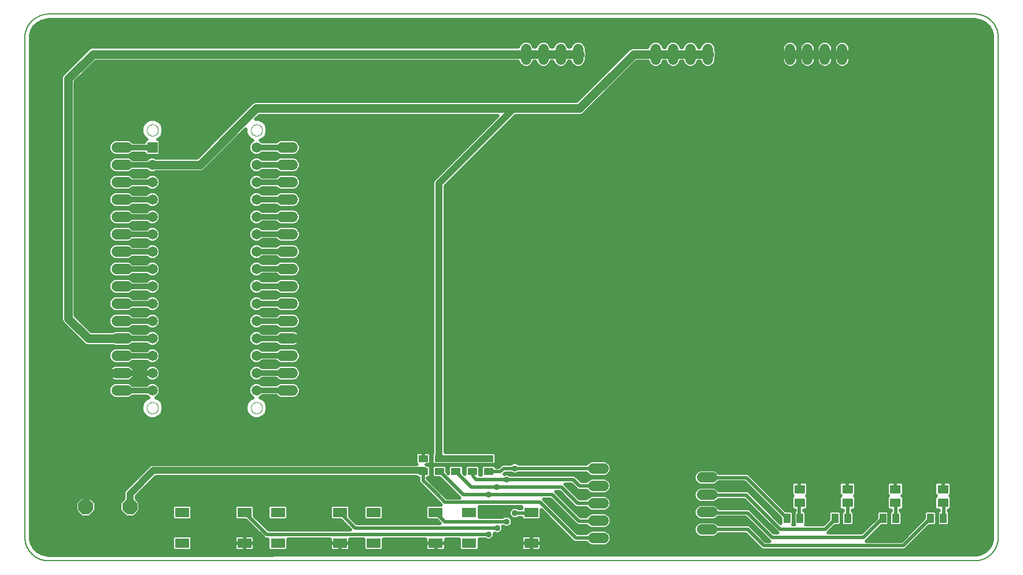
<source format=gtl>
G75*
%MOIN*%
%OFA0B0*%
%FSLAX25Y25*%
%IPPOS*%
%LPD*%
%AMOC8*
5,1,8,0,0,1.08239X$1,22.5*
%
%ADD10C,0.00600*%
%ADD11OC8,0.08500*%
%ADD12R,0.05937X0.05937*%
%ADD13C,0.05937*%
%ADD14C,0.00000*%
%ADD15C,0.06000*%
%ADD16R,0.08268X0.05512*%
%ADD17R,0.06299X0.05118*%
%ADD18R,0.05512X0.04016*%
%ADD19R,0.04016X0.05512*%
%ADD20C,0.03200*%
%ADD21C,0.05000*%
%ADD22C,0.04000*%
%ADD23C,0.02000*%
%ADD24C,0.03569*%
%ADD25C,0.17717*%
D10*
X0021119Y0007483D02*
X0279165Y0007512D01*
X0555044Y0007512D01*
X0555371Y0007516D01*
X0555697Y0007528D01*
X0556023Y0007548D01*
X0556349Y0007575D01*
X0556674Y0007611D01*
X0556997Y0007654D01*
X0557320Y0007705D01*
X0557642Y0007764D01*
X0557961Y0007831D01*
X0558280Y0007905D01*
X0558596Y0007987D01*
X0558910Y0008077D01*
X0559222Y0008174D01*
X0559531Y0008278D01*
X0559838Y0008391D01*
X0560142Y0008510D01*
X0560443Y0008637D01*
X0560741Y0008771D01*
X0561036Y0008912D01*
X0561327Y0009061D01*
X0561614Y0009216D01*
X0561898Y0009378D01*
X0562178Y0009547D01*
X0562453Y0009723D01*
X0562724Y0009905D01*
X0562991Y0010094D01*
X0563253Y0010289D01*
X0563510Y0010491D01*
X0563762Y0010698D01*
X0564009Y0010912D01*
X0564251Y0011132D01*
X0564488Y0011357D01*
X0564719Y0011588D01*
X0564944Y0011825D01*
X0565164Y0012067D01*
X0565378Y0012314D01*
X0565585Y0012566D01*
X0565787Y0012823D01*
X0565982Y0013085D01*
X0566171Y0013352D01*
X0566353Y0013623D01*
X0566529Y0013898D01*
X0566698Y0014178D01*
X0566860Y0014462D01*
X0567015Y0014749D01*
X0567164Y0015040D01*
X0567305Y0015335D01*
X0567439Y0015633D01*
X0567566Y0015934D01*
X0567685Y0016238D01*
X0567798Y0016545D01*
X0567902Y0016854D01*
X0567999Y0017166D01*
X0568089Y0017480D01*
X0568171Y0017796D01*
X0568245Y0018115D01*
X0568312Y0018434D01*
X0568371Y0018756D01*
X0568422Y0019079D01*
X0568465Y0019402D01*
X0568501Y0019727D01*
X0568528Y0020053D01*
X0568548Y0020379D01*
X0568560Y0020705D01*
X0568564Y0021032D01*
X0568564Y0309091D01*
X0568565Y0309091D02*
X0568561Y0309415D01*
X0568549Y0309739D01*
X0568530Y0310063D01*
X0568502Y0310386D01*
X0568467Y0310708D01*
X0568424Y0311029D01*
X0568374Y0311349D01*
X0568315Y0311668D01*
X0568249Y0311986D01*
X0568175Y0312301D01*
X0568094Y0312615D01*
X0568005Y0312927D01*
X0567908Y0313236D01*
X0567805Y0313543D01*
X0567693Y0313848D01*
X0567575Y0314149D01*
X0567449Y0314448D01*
X0567316Y0314744D01*
X0567176Y0315036D01*
X0567029Y0315325D01*
X0566874Y0315610D01*
X0566713Y0315891D01*
X0566546Y0316169D01*
X0566371Y0316442D01*
X0566191Y0316711D01*
X0566003Y0316976D01*
X0565809Y0317235D01*
X0565610Y0317491D01*
X0565404Y0317741D01*
X0565192Y0317986D01*
X0564974Y0318226D01*
X0564750Y0318461D01*
X0564521Y0318690D01*
X0564286Y0318914D01*
X0564046Y0319132D01*
X0563801Y0319344D01*
X0563551Y0319550D01*
X0563295Y0319749D01*
X0563036Y0319943D01*
X0562771Y0320131D01*
X0562502Y0320311D01*
X0562229Y0320486D01*
X0561951Y0320653D01*
X0561670Y0320814D01*
X0561385Y0320969D01*
X0561096Y0321116D01*
X0560804Y0321256D01*
X0560508Y0321389D01*
X0560209Y0321515D01*
X0559908Y0321633D01*
X0559603Y0321745D01*
X0559296Y0321848D01*
X0558987Y0321945D01*
X0558675Y0322034D01*
X0558361Y0322115D01*
X0558046Y0322189D01*
X0557728Y0322255D01*
X0557409Y0322314D01*
X0557089Y0322364D01*
X0556768Y0322407D01*
X0556446Y0322442D01*
X0556123Y0322470D01*
X0555799Y0322489D01*
X0555475Y0322501D01*
X0555151Y0322505D01*
X0021123Y0322505D01*
X0020794Y0322501D01*
X0020465Y0322489D01*
X0020137Y0322469D01*
X0019809Y0322441D01*
X0019482Y0322406D01*
X0019156Y0322362D01*
X0018831Y0322311D01*
X0018508Y0322251D01*
X0018186Y0322184D01*
X0017865Y0322109D01*
X0017547Y0322027D01*
X0017231Y0321937D01*
X0016917Y0321839D01*
X0016605Y0321733D01*
X0016296Y0321620D01*
X0015990Y0321500D01*
X0015687Y0321372D01*
X0015387Y0321237D01*
X0015090Y0321095D01*
X0014797Y0320946D01*
X0014508Y0320789D01*
X0014222Y0320626D01*
X0013941Y0320456D01*
X0013663Y0320279D01*
X0013391Y0320095D01*
X0013122Y0319905D01*
X0012858Y0319709D01*
X0012599Y0319506D01*
X0012345Y0319297D01*
X0012097Y0319082D01*
X0011853Y0318861D01*
X0011615Y0318634D01*
X0011382Y0318401D01*
X0011155Y0318163D01*
X0010934Y0317919D01*
X0010719Y0317671D01*
X0010510Y0317417D01*
X0010307Y0317158D01*
X0010111Y0316894D01*
X0009921Y0316625D01*
X0009737Y0316353D01*
X0009560Y0316075D01*
X0009390Y0315794D01*
X0009227Y0315508D01*
X0009070Y0315219D01*
X0008921Y0314926D01*
X0008779Y0314629D01*
X0008644Y0314329D01*
X0008516Y0314026D01*
X0008396Y0313720D01*
X0008283Y0313411D01*
X0008177Y0313099D01*
X0008079Y0312785D01*
X0007989Y0312469D01*
X0007907Y0312151D01*
X0007832Y0311830D01*
X0007765Y0311508D01*
X0007705Y0311185D01*
X0007654Y0310860D01*
X0007610Y0310534D01*
X0007575Y0310207D01*
X0007547Y0309879D01*
X0007527Y0309551D01*
X0007515Y0309222D01*
X0007511Y0308893D01*
X0007512Y0308893D02*
X0007512Y0021090D01*
X0007516Y0020761D01*
X0007528Y0020433D01*
X0007548Y0020104D01*
X0007576Y0019777D01*
X0007611Y0019450D01*
X0007655Y0019124D01*
X0007706Y0018799D01*
X0007765Y0018476D01*
X0007833Y0018154D01*
X0007907Y0017834D01*
X0007990Y0017515D01*
X0008080Y0017199D01*
X0008178Y0016885D01*
X0008283Y0016574D01*
X0008396Y0016265D01*
X0008517Y0015959D01*
X0008644Y0015656D01*
X0008779Y0015356D01*
X0008921Y0015059D01*
X0009071Y0014767D01*
X0009227Y0014477D01*
X0009390Y0014192D01*
X0009560Y0013910D01*
X0009737Y0013633D01*
X0009921Y0013360D01*
X0010111Y0013092D01*
X0010307Y0012828D01*
X0010510Y0012569D01*
X0010719Y0012316D01*
X0010934Y0012067D01*
X0011155Y0011823D01*
X0011382Y0011585D01*
X0011614Y0011353D01*
X0011852Y0011126D01*
X0012096Y0010905D01*
X0012345Y0010690D01*
X0012598Y0010481D01*
X0012857Y0010278D01*
X0013121Y0010082D01*
X0013389Y0009892D01*
X0013662Y0009708D01*
X0013939Y0009531D01*
X0014221Y0009361D01*
X0014506Y0009198D01*
X0014796Y0009042D01*
X0015088Y0008892D01*
X0015385Y0008750D01*
X0015685Y0008615D01*
X0015988Y0008488D01*
X0016294Y0008367D01*
X0016603Y0008254D01*
X0016914Y0008149D01*
X0017228Y0008051D01*
X0017544Y0007961D01*
X0017863Y0007878D01*
X0018183Y0007804D01*
X0018505Y0007736D01*
X0018828Y0007677D01*
X0019153Y0007626D01*
X0019479Y0007582D01*
X0019806Y0007547D01*
X0020133Y0007519D01*
X0020462Y0007499D01*
X0020790Y0007487D01*
X0021119Y0007483D01*
D11*
X0042524Y0038573D03*
X0068124Y0038573D03*
D12*
X0081047Y0245609D03*
D13*
X0081047Y0235609D03*
X0081047Y0225609D03*
X0081047Y0215609D03*
X0081047Y0205609D03*
X0081047Y0195609D03*
X0081047Y0185609D03*
X0081047Y0175609D03*
X0081047Y0165609D03*
X0081047Y0155609D03*
X0081047Y0145609D03*
X0081047Y0135609D03*
X0081047Y0125609D03*
X0081047Y0115609D03*
X0081047Y0105609D03*
X0141047Y0105609D03*
X0141047Y0115609D03*
X0141047Y0125609D03*
X0141047Y0135609D03*
X0141047Y0145609D03*
X0141047Y0155609D03*
X0141047Y0165609D03*
X0141047Y0175609D03*
X0141047Y0185609D03*
X0141047Y0195609D03*
X0141047Y0205609D03*
X0141047Y0215609D03*
X0141047Y0225609D03*
X0141047Y0235609D03*
X0141047Y0245609D03*
D14*
X0137797Y0255609D02*
X0137799Y0255722D01*
X0137805Y0255836D01*
X0137815Y0255949D01*
X0137829Y0256061D01*
X0137846Y0256173D01*
X0137868Y0256285D01*
X0137894Y0256395D01*
X0137923Y0256505D01*
X0137956Y0256613D01*
X0137993Y0256721D01*
X0138034Y0256826D01*
X0138078Y0256931D01*
X0138126Y0257034D01*
X0138177Y0257135D01*
X0138232Y0257234D01*
X0138291Y0257331D01*
X0138353Y0257426D01*
X0138418Y0257519D01*
X0138486Y0257610D01*
X0138557Y0257698D01*
X0138632Y0257784D01*
X0138709Y0257867D01*
X0138789Y0257947D01*
X0138872Y0258024D01*
X0138958Y0258099D01*
X0139046Y0258170D01*
X0139137Y0258238D01*
X0139230Y0258303D01*
X0139325Y0258365D01*
X0139422Y0258424D01*
X0139521Y0258479D01*
X0139622Y0258530D01*
X0139725Y0258578D01*
X0139830Y0258622D01*
X0139935Y0258663D01*
X0140043Y0258700D01*
X0140151Y0258733D01*
X0140261Y0258762D01*
X0140371Y0258788D01*
X0140483Y0258810D01*
X0140595Y0258827D01*
X0140707Y0258841D01*
X0140820Y0258851D01*
X0140934Y0258857D01*
X0141047Y0258859D01*
X0141160Y0258857D01*
X0141274Y0258851D01*
X0141387Y0258841D01*
X0141499Y0258827D01*
X0141611Y0258810D01*
X0141723Y0258788D01*
X0141833Y0258762D01*
X0141943Y0258733D01*
X0142051Y0258700D01*
X0142159Y0258663D01*
X0142264Y0258622D01*
X0142369Y0258578D01*
X0142472Y0258530D01*
X0142573Y0258479D01*
X0142672Y0258424D01*
X0142769Y0258365D01*
X0142864Y0258303D01*
X0142957Y0258238D01*
X0143048Y0258170D01*
X0143136Y0258099D01*
X0143222Y0258024D01*
X0143305Y0257947D01*
X0143385Y0257867D01*
X0143462Y0257784D01*
X0143537Y0257698D01*
X0143608Y0257610D01*
X0143676Y0257519D01*
X0143741Y0257426D01*
X0143803Y0257331D01*
X0143862Y0257234D01*
X0143917Y0257135D01*
X0143968Y0257034D01*
X0144016Y0256931D01*
X0144060Y0256826D01*
X0144101Y0256721D01*
X0144138Y0256613D01*
X0144171Y0256505D01*
X0144200Y0256395D01*
X0144226Y0256285D01*
X0144248Y0256173D01*
X0144265Y0256061D01*
X0144279Y0255949D01*
X0144289Y0255836D01*
X0144295Y0255722D01*
X0144297Y0255609D01*
X0144295Y0255496D01*
X0144289Y0255382D01*
X0144279Y0255269D01*
X0144265Y0255157D01*
X0144248Y0255045D01*
X0144226Y0254933D01*
X0144200Y0254823D01*
X0144171Y0254713D01*
X0144138Y0254605D01*
X0144101Y0254497D01*
X0144060Y0254392D01*
X0144016Y0254287D01*
X0143968Y0254184D01*
X0143917Y0254083D01*
X0143862Y0253984D01*
X0143803Y0253887D01*
X0143741Y0253792D01*
X0143676Y0253699D01*
X0143608Y0253608D01*
X0143537Y0253520D01*
X0143462Y0253434D01*
X0143385Y0253351D01*
X0143305Y0253271D01*
X0143222Y0253194D01*
X0143136Y0253119D01*
X0143048Y0253048D01*
X0142957Y0252980D01*
X0142864Y0252915D01*
X0142769Y0252853D01*
X0142672Y0252794D01*
X0142573Y0252739D01*
X0142472Y0252688D01*
X0142369Y0252640D01*
X0142264Y0252596D01*
X0142159Y0252555D01*
X0142051Y0252518D01*
X0141943Y0252485D01*
X0141833Y0252456D01*
X0141723Y0252430D01*
X0141611Y0252408D01*
X0141499Y0252391D01*
X0141387Y0252377D01*
X0141274Y0252367D01*
X0141160Y0252361D01*
X0141047Y0252359D01*
X0140934Y0252361D01*
X0140820Y0252367D01*
X0140707Y0252377D01*
X0140595Y0252391D01*
X0140483Y0252408D01*
X0140371Y0252430D01*
X0140261Y0252456D01*
X0140151Y0252485D01*
X0140043Y0252518D01*
X0139935Y0252555D01*
X0139830Y0252596D01*
X0139725Y0252640D01*
X0139622Y0252688D01*
X0139521Y0252739D01*
X0139422Y0252794D01*
X0139325Y0252853D01*
X0139230Y0252915D01*
X0139137Y0252980D01*
X0139046Y0253048D01*
X0138958Y0253119D01*
X0138872Y0253194D01*
X0138789Y0253271D01*
X0138709Y0253351D01*
X0138632Y0253434D01*
X0138557Y0253520D01*
X0138486Y0253608D01*
X0138418Y0253699D01*
X0138353Y0253792D01*
X0138291Y0253887D01*
X0138232Y0253984D01*
X0138177Y0254083D01*
X0138126Y0254184D01*
X0138078Y0254287D01*
X0138034Y0254392D01*
X0137993Y0254497D01*
X0137956Y0254605D01*
X0137923Y0254713D01*
X0137894Y0254823D01*
X0137868Y0254933D01*
X0137846Y0255045D01*
X0137829Y0255157D01*
X0137815Y0255269D01*
X0137805Y0255382D01*
X0137799Y0255496D01*
X0137797Y0255609D01*
X0077797Y0255609D02*
X0077799Y0255722D01*
X0077805Y0255836D01*
X0077815Y0255949D01*
X0077829Y0256061D01*
X0077846Y0256173D01*
X0077868Y0256285D01*
X0077894Y0256395D01*
X0077923Y0256505D01*
X0077956Y0256613D01*
X0077993Y0256721D01*
X0078034Y0256826D01*
X0078078Y0256931D01*
X0078126Y0257034D01*
X0078177Y0257135D01*
X0078232Y0257234D01*
X0078291Y0257331D01*
X0078353Y0257426D01*
X0078418Y0257519D01*
X0078486Y0257610D01*
X0078557Y0257698D01*
X0078632Y0257784D01*
X0078709Y0257867D01*
X0078789Y0257947D01*
X0078872Y0258024D01*
X0078958Y0258099D01*
X0079046Y0258170D01*
X0079137Y0258238D01*
X0079230Y0258303D01*
X0079325Y0258365D01*
X0079422Y0258424D01*
X0079521Y0258479D01*
X0079622Y0258530D01*
X0079725Y0258578D01*
X0079830Y0258622D01*
X0079935Y0258663D01*
X0080043Y0258700D01*
X0080151Y0258733D01*
X0080261Y0258762D01*
X0080371Y0258788D01*
X0080483Y0258810D01*
X0080595Y0258827D01*
X0080707Y0258841D01*
X0080820Y0258851D01*
X0080934Y0258857D01*
X0081047Y0258859D01*
X0081160Y0258857D01*
X0081274Y0258851D01*
X0081387Y0258841D01*
X0081499Y0258827D01*
X0081611Y0258810D01*
X0081723Y0258788D01*
X0081833Y0258762D01*
X0081943Y0258733D01*
X0082051Y0258700D01*
X0082159Y0258663D01*
X0082264Y0258622D01*
X0082369Y0258578D01*
X0082472Y0258530D01*
X0082573Y0258479D01*
X0082672Y0258424D01*
X0082769Y0258365D01*
X0082864Y0258303D01*
X0082957Y0258238D01*
X0083048Y0258170D01*
X0083136Y0258099D01*
X0083222Y0258024D01*
X0083305Y0257947D01*
X0083385Y0257867D01*
X0083462Y0257784D01*
X0083537Y0257698D01*
X0083608Y0257610D01*
X0083676Y0257519D01*
X0083741Y0257426D01*
X0083803Y0257331D01*
X0083862Y0257234D01*
X0083917Y0257135D01*
X0083968Y0257034D01*
X0084016Y0256931D01*
X0084060Y0256826D01*
X0084101Y0256721D01*
X0084138Y0256613D01*
X0084171Y0256505D01*
X0084200Y0256395D01*
X0084226Y0256285D01*
X0084248Y0256173D01*
X0084265Y0256061D01*
X0084279Y0255949D01*
X0084289Y0255836D01*
X0084295Y0255722D01*
X0084297Y0255609D01*
X0084295Y0255496D01*
X0084289Y0255382D01*
X0084279Y0255269D01*
X0084265Y0255157D01*
X0084248Y0255045D01*
X0084226Y0254933D01*
X0084200Y0254823D01*
X0084171Y0254713D01*
X0084138Y0254605D01*
X0084101Y0254497D01*
X0084060Y0254392D01*
X0084016Y0254287D01*
X0083968Y0254184D01*
X0083917Y0254083D01*
X0083862Y0253984D01*
X0083803Y0253887D01*
X0083741Y0253792D01*
X0083676Y0253699D01*
X0083608Y0253608D01*
X0083537Y0253520D01*
X0083462Y0253434D01*
X0083385Y0253351D01*
X0083305Y0253271D01*
X0083222Y0253194D01*
X0083136Y0253119D01*
X0083048Y0253048D01*
X0082957Y0252980D01*
X0082864Y0252915D01*
X0082769Y0252853D01*
X0082672Y0252794D01*
X0082573Y0252739D01*
X0082472Y0252688D01*
X0082369Y0252640D01*
X0082264Y0252596D01*
X0082159Y0252555D01*
X0082051Y0252518D01*
X0081943Y0252485D01*
X0081833Y0252456D01*
X0081723Y0252430D01*
X0081611Y0252408D01*
X0081499Y0252391D01*
X0081387Y0252377D01*
X0081274Y0252367D01*
X0081160Y0252361D01*
X0081047Y0252359D01*
X0080934Y0252361D01*
X0080820Y0252367D01*
X0080707Y0252377D01*
X0080595Y0252391D01*
X0080483Y0252408D01*
X0080371Y0252430D01*
X0080261Y0252456D01*
X0080151Y0252485D01*
X0080043Y0252518D01*
X0079935Y0252555D01*
X0079830Y0252596D01*
X0079725Y0252640D01*
X0079622Y0252688D01*
X0079521Y0252739D01*
X0079422Y0252794D01*
X0079325Y0252853D01*
X0079230Y0252915D01*
X0079137Y0252980D01*
X0079046Y0253048D01*
X0078958Y0253119D01*
X0078872Y0253194D01*
X0078789Y0253271D01*
X0078709Y0253351D01*
X0078632Y0253434D01*
X0078557Y0253520D01*
X0078486Y0253608D01*
X0078418Y0253699D01*
X0078353Y0253792D01*
X0078291Y0253887D01*
X0078232Y0253984D01*
X0078177Y0254083D01*
X0078126Y0254184D01*
X0078078Y0254287D01*
X0078034Y0254392D01*
X0077993Y0254497D01*
X0077956Y0254605D01*
X0077923Y0254713D01*
X0077894Y0254823D01*
X0077868Y0254933D01*
X0077846Y0255045D01*
X0077829Y0255157D01*
X0077815Y0255269D01*
X0077805Y0255382D01*
X0077799Y0255496D01*
X0077797Y0255609D01*
X0077797Y0095609D02*
X0077799Y0095722D01*
X0077805Y0095836D01*
X0077815Y0095949D01*
X0077829Y0096061D01*
X0077846Y0096173D01*
X0077868Y0096285D01*
X0077894Y0096395D01*
X0077923Y0096505D01*
X0077956Y0096613D01*
X0077993Y0096721D01*
X0078034Y0096826D01*
X0078078Y0096931D01*
X0078126Y0097034D01*
X0078177Y0097135D01*
X0078232Y0097234D01*
X0078291Y0097331D01*
X0078353Y0097426D01*
X0078418Y0097519D01*
X0078486Y0097610D01*
X0078557Y0097698D01*
X0078632Y0097784D01*
X0078709Y0097867D01*
X0078789Y0097947D01*
X0078872Y0098024D01*
X0078958Y0098099D01*
X0079046Y0098170D01*
X0079137Y0098238D01*
X0079230Y0098303D01*
X0079325Y0098365D01*
X0079422Y0098424D01*
X0079521Y0098479D01*
X0079622Y0098530D01*
X0079725Y0098578D01*
X0079830Y0098622D01*
X0079935Y0098663D01*
X0080043Y0098700D01*
X0080151Y0098733D01*
X0080261Y0098762D01*
X0080371Y0098788D01*
X0080483Y0098810D01*
X0080595Y0098827D01*
X0080707Y0098841D01*
X0080820Y0098851D01*
X0080934Y0098857D01*
X0081047Y0098859D01*
X0081160Y0098857D01*
X0081274Y0098851D01*
X0081387Y0098841D01*
X0081499Y0098827D01*
X0081611Y0098810D01*
X0081723Y0098788D01*
X0081833Y0098762D01*
X0081943Y0098733D01*
X0082051Y0098700D01*
X0082159Y0098663D01*
X0082264Y0098622D01*
X0082369Y0098578D01*
X0082472Y0098530D01*
X0082573Y0098479D01*
X0082672Y0098424D01*
X0082769Y0098365D01*
X0082864Y0098303D01*
X0082957Y0098238D01*
X0083048Y0098170D01*
X0083136Y0098099D01*
X0083222Y0098024D01*
X0083305Y0097947D01*
X0083385Y0097867D01*
X0083462Y0097784D01*
X0083537Y0097698D01*
X0083608Y0097610D01*
X0083676Y0097519D01*
X0083741Y0097426D01*
X0083803Y0097331D01*
X0083862Y0097234D01*
X0083917Y0097135D01*
X0083968Y0097034D01*
X0084016Y0096931D01*
X0084060Y0096826D01*
X0084101Y0096721D01*
X0084138Y0096613D01*
X0084171Y0096505D01*
X0084200Y0096395D01*
X0084226Y0096285D01*
X0084248Y0096173D01*
X0084265Y0096061D01*
X0084279Y0095949D01*
X0084289Y0095836D01*
X0084295Y0095722D01*
X0084297Y0095609D01*
X0084295Y0095496D01*
X0084289Y0095382D01*
X0084279Y0095269D01*
X0084265Y0095157D01*
X0084248Y0095045D01*
X0084226Y0094933D01*
X0084200Y0094823D01*
X0084171Y0094713D01*
X0084138Y0094605D01*
X0084101Y0094497D01*
X0084060Y0094392D01*
X0084016Y0094287D01*
X0083968Y0094184D01*
X0083917Y0094083D01*
X0083862Y0093984D01*
X0083803Y0093887D01*
X0083741Y0093792D01*
X0083676Y0093699D01*
X0083608Y0093608D01*
X0083537Y0093520D01*
X0083462Y0093434D01*
X0083385Y0093351D01*
X0083305Y0093271D01*
X0083222Y0093194D01*
X0083136Y0093119D01*
X0083048Y0093048D01*
X0082957Y0092980D01*
X0082864Y0092915D01*
X0082769Y0092853D01*
X0082672Y0092794D01*
X0082573Y0092739D01*
X0082472Y0092688D01*
X0082369Y0092640D01*
X0082264Y0092596D01*
X0082159Y0092555D01*
X0082051Y0092518D01*
X0081943Y0092485D01*
X0081833Y0092456D01*
X0081723Y0092430D01*
X0081611Y0092408D01*
X0081499Y0092391D01*
X0081387Y0092377D01*
X0081274Y0092367D01*
X0081160Y0092361D01*
X0081047Y0092359D01*
X0080934Y0092361D01*
X0080820Y0092367D01*
X0080707Y0092377D01*
X0080595Y0092391D01*
X0080483Y0092408D01*
X0080371Y0092430D01*
X0080261Y0092456D01*
X0080151Y0092485D01*
X0080043Y0092518D01*
X0079935Y0092555D01*
X0079830Y0092596D01*
X0079725Y0092640D01*
X0079622Y0092688D01*
X0079521Y0092739D01*
X0079422Y0092794D01*
X0079325Y0092853D01*
X0079230Y0092915D01*
X0079137Y0092980D01*
X0079046Y0093048D01*
X0078958Y0093119D01*
X0078872Y0093194D01*
X0078789Y0093271D01*
X0078709Y0093351D01*
X0078632Y0093434D01*
X0078557Y0093520D01*
X0078486Y0093608D01*
X0078418Y0093699D01*
X0078353Y0093792D01*
X0078291Y0093887D01*
X0078232Y0093984D01*
X0078177Y0094083D01*
X0078126Y0094184D01*
X0078078Y0094287D01*
X0078034Y0094392D01*
X0077993Y0094497D01*
X0077956Y0094605D01*
X0077923Y0094713D01*
X0077894Y0094823D01*
X0077868Y0094933D01*
X0077846Y0095045D01*
X0077829Y0095157D01*
X0077815Y0095269D01*
X0077805Y0095382D01*
X0077799Y0095496D01*
X0077797Y0095609D01*
X0137797Y0095609D02*
X0137799Y0095722D01*
X0137805Y0095836D01*
X0137815Y0095949D01*
X0137829Y0096061D01*
X0137846Y0096173D01*
X0137868Y0096285D01*
X0137894Y0096395D01*
X0137923Y0096505D01*
X0137956Y0096613D01*
X0137993Y0096721D01*
X0138034Y0096826D01*
X0138078Y0096931D01*
X0138126Y0097034D01*
X0138177Y0097135D01*
X0138232Y0097234D01*
X0138291Y0097331D01*
X0138353Y0097426D01*
X0138418Y0097519D01*
X0138486Y0097610D01*
X0138557Y0097698D01*
X0138632Y0097784D01*
X0138709Y0097867D01*
X0138789Y0097947D01*
X0138872Y0098024D01*
X0138958Y0098099D01*
X0139046Y0098170D01*
X0139137Y0098238D01*
X0139230Y0098303D01*
X0139325Y0098365D01*
X0139422Y0098424D01*
X0139521Y0098479D01*
X0139622Y0098530D01*
X0139725Y0098578D01*
X0139830Y0098622D01*
X0139935Y0098663D01*
X0140043Y0098700D01*
X0140151Y0098733D01*
X0140261Y0098762D01*
X0140371Y0098788D01*
X0140483Y0098810D01*
X0140595Y0098827D01*
X0140707Y0098841D01*
X0140820Y0098851D01*
X0140934Y0098857D01*
X0141047Y0098859D01*
X0141160Y0098857D01*
X0141274Y0098851D01*
X0141387Y0098841D01*
X0141499Y0098827D01*
X0141611Y0098810D01*
X0141723Y0098788D01*
X0141833Y0098762D01*
X0141943Y0098733D01*
X0142051Y0098700D01*
X0142159Y0098663D01*
X0142264Y0098622D01*
X0142369Y0098578D01*
X0142472Y0098530D01*
X0142573Y0098479D01*
X0142672Y0098424D01*
X0142769Y0098365D01*
X0142864Y0098303D01*
X0142957Y0098238D01*
X0143048Y0098170D01*
X0143136Y0098099D01*
X0143222Y0098024D01*
X0143305Y0097947D01*
X0143385Y0097867D01*
X0143462Y0097784D01*
X0143537Y0097698D01*
X0143608Y0097610D01*
X0143676Y0097519D01*
X0143741Y0097426D01*
X0143803Y0097331D01*
X0143862Y0097234D01*
X0143917Y0097135D01*
X0143968Y0097034D01*
X0144016Y0096931D01*
X0144060Y0096826D01*
X0144101Y0096721D01*
X0144138Y0096613D01*
X0144171Y0096505D01*
X0144200Y0096395D01*
X0144226Y0096285D01*
X0144248Y0096173D01*
X0144265Y0096061D01*
X0144279Y0095949D01*
X0144289Y0095836D01*
X0144295Y0095722D01*
X0144297Y0095609D01*
X0144295Y0095496D01*
X0144289Y0095382D01*
X0144279Y0095269D01*
X0144265Y0095157D01*
X0144248Y0095045D01*
X0144226Y0094933D01*
X0144200Y0094823D01*
X0144171Y0094713D01*
X0144138Y0094605D01*
X0144101Y0094497D01*
X0144060Y0094392D01*
X0144016Y0094287D01*
X0143968Y0094184D01*
X0143917Y0094083D01*
X0143862Y0093984D01*
X0143803Y0093887D01*
X0143741Y0093792D01*
X0143676Y0093699D01*
X0143608Y0093608D01*
X0143537Y0093520D01*
X0143462Y0093434D01*
X0143385Y0093351D01*
X0143305Y0093271D01*
X0143222Y0093194D01*
X0143136Y0093119D01*
X0143048Y0093048D01*
X0142957Y0092980D01*
X0142864Y0092915D01*
X0142769Y0092853D01*
X0142672Y0092794D01*
X0142573Y0092739D01*
X0142472Y0092688D01*
X0142369Y0092640D01*
X0142264Y0092596D01*
X0142159Y0092555D01*
X0142051Y0092518D01*
X0141943Y0092485D01*
X0141833Y0092456D01*
X0141723Y0092430D01*
X0141611Y0092408D01*
X0141499Y0092391D01*
X0141387Y0092377D01*
X0141274Y0092367D01*
X0141160Y0092361D01*
X0141047Y0092359D01*
X0140934Y0092361D01*
X0140820Y0092367D01*
X0140707Y0092377D01*
X0140595Y0092391D01*
X0140483Y0092408D01*
X0140371Y0092430D01*
X0140261Y0092456D01*
X0140151Y0092485D01*
X0140043Y0092518D01*
X0139935Y0092555D01*
X0139830Y0092596D01*
X0139725Y0092640D01*
X0139622Y0092688D01*
X0139521Y0092739D01*
X0139422Y0092794D01*
X0139325Y0092853D01*
X0139230Y0092915D01*
X0139137Y0092980D01*
X0139046Y0093048D01*
X0138958Y0093119D01*
X0138872Y0093194D01*
X0138789Y0093271D01*
X0138709Y0093351D01*
X0138632Y0093434D01*
X0138557Y0093520D01*
X0138486Y0093608D01*
X0138418Y0093699D01*
X0138353Y0093792D01*
X0138291Y0093887D01*
X0138232Y0093984D01*
X0138177Y0094083D01*
X0138126Y0094184D01*
X0138078Y0094287D01*
X0138034Y0094392D01*
X0137993Y0094497D01*
X0137956Y0094605D01*
X0137923Y0094713D01*
X0137894Y0094823D01*
X0137868Y0094933D01*
X0137846Y0095045D01*
X0137829Y0095157D01*
X0137815Y0095269D01*
X0137805Y0095382D01*
X0137799Y0095496D01*
X0137797Y0095609D01*
D15*
X0155738Y0105580D02*
X0161738Y0105580D01*
X0161738Y0115580D02*
X0155738Y0115580D01*
X0155738Y0125580D02*
X0161738Y0125580D01*
X0161738Y0135580D02*
X0155738Y0135580D01*
X0155738Y0145580D02*
X0161738Y0145580D01*
X0161738Y0155580D02*
X0155738Y0155580D01*
X0155738Y0165580D02*
X0161738Y0165580D01*
X0161738Y0175580D02*
X0155738Y0175580D01*
X0155738Y0185580D02*
X0161738Y0185580D01*
X0161738Y0195580D02*
X0155738Y0195580D01*
X0155738Y0205580D02*
X0161738Y0205580D01*
X0161738Y0215580D02*
X0155738Y0215580D01*
X0155738Y0225580D02*
X0161738Y0225580D01*
X0161738Y0235580D02*
X0155738Y0235580D01*
X0155738Y0245580D02*
X0161738Y0245580D01*
X0066335Y0245580D02*
X0060335Y0245580D01*
X0060335Y0235580D02*
X0066335Y0235580D01*
X0066335Y0225580D02*
X0060335Y0225580D01*
X0060335Y0215580D02*
X0066335Y0215580D01*
X0066335Y0205580D02*
X0060335Y0205580D01*
X0060335Y0195580D02*
X0066335Y0195580D01*
X0066335Y0185580D02*
X0060335Y0185580D01*
X0060335Y0175580D02*
X0066335Y0175580D01*
X0066335Y0165580D02*
X0060335Y0165580D01*
X0060335Y0155580D02*
X0066335Y0155580D01*
X0066335Y0145580D02*
X0060335Y0145580D01*
X0060335Y0135580D02*
X0066335Y0135580D01*
X0066335Y0125580D02*
X0060335Y0125580D01*
X0060335Y0115580D02*
X0066335Y0115580D01*
X0066335Y0105580D02*
X0060335Y0105580D01*
X0335037Y0060526D02*
X0341037Y0060526D01*
X0341037Y0050526D02*
X0335037Y0050526D01*
X0335037Y0040526D02*
X0341037Y0040526D01*
X0341037Y0030526D02*
X0335037Y0030526D01*
X0335037Y0020526D02*
X0341037Y0020526D01*
X0397681Y0025507D02*
X0403681Y0025507D01*
X0403681Y0035507D02*
X0397681Y0035507D01*
X0397681Y0045507D02*
X0403681Y0045507D01*
X0403681Y0055507D02*
X0397681Y0055507D01*
X0401177Y0296382D02*
X0401177Y0302382D01*
X0391177Y0302382D02*
X0391177Y0296382D01*
X0381177Y0296382D02*
X0381177Y0302382D01*
X0371177Y0302382D02*
X0371177Y0296382D01*
X0326431Y0296382D02*
X0326431Y0302382D01*
X0316431Y0302382D02*
X0316431Y0296382D01*
X0306431Y0296382D02*
X0306431Y0302382D01*
X0296431Y0302382D02*
X0296431Y0296382D01*
X0448626Y0296382D02*
X0448626Y0302382D01*
X0458626Y0302382D02*
X0458626Y0296382D01*
X0468626Y0296382D02*
X0468626Y0302382D01*
X0478626Y0302382D02*
X0478626Y0296382D01*
D16*
X0299441Y0035268D03*
X0299441Y0017551D03*
X0263614Y0017551D03*
X0244323Y0017551D03*
X0244323Y0035268D03*
X0263614Y0035268D03*
X0208496Y0035268D03*
X0189205Y0035268D03*
X0189205Y0017551D03*
X0208496Y0017551D03*
X0153378Y0017551D03*
X0134087Y0017551D03*
X0134087Y0035268D03*
X0153378Y0035268D03*
X0098260Y0035268D03*
X0098260Y0017551D03*
D17*
X0454171Y0040907D03*
X0454171Y0048781D03*
X0481730Y0048781D03*
X0481730Y0040907D03*
X0509289Y0040907D03*
X0509289Y0048781D03*
X0536747Y0048764D03*
X0536747Y0040890D03*
D18*
X0274877Y0059037D03*
X0265428Y0059037D03*
X0255979Y0059037D03*
X0246530Y0059037D03*
X0237081Y0059037D03*
X0237081Y0066438D03*
X0246530Y0066438D03*
X0255979Y0066438D03*
X0265428Y0066438D03*
X0274877Y0066438D03*
D19*
X0446888Y0032032D03*
X0454289Y0032032D03*
X0474447Y0032032D03*
X0481848Y0032032D03*
X0502006Y0032032D03*
X0509407Y0032032D03*
X0529565Y0032032D03*
X0536966Y0032032D03*
D20*
X0158842Y0105666D02*
X0140732Y0105666D01*
X0140772Y0115688D02*
X0158882Y0115688D01*
X0158917Y0125682D02*
X0140807Y0125682D01*
X0140808Y0135584D02*
X0158919Y0135584D01*
X0158954Y0145578D02*
X0140844Y0145578D01*
X0140884Y0155600D02*
X0158994Y0155600D01*
X0159029Y0165594D02*
X0140919Y0165594D01*
X0140804Y0175677D02*
X0158915Y0175677D01*
X0158950Y0185672D02*
X0140840Y0185672D01*
X0140880Y0195694D02*
X0158990Y0195694D01*
X0159025Y0205688D02*
X0140915Y0205688D01*
X0140916Y0215590D02*
X0159027Y0215590D01*
X0159062Y0225584D02*
X0140952Y0225584D01*
X0140992Y0235606D02*
X0159102Y0235606D01*
X0159137Y0245600D02*
X0141027Y0245600D01*
X0081338Y0245496D02*
X0063228Y0245496D01*
X0063193Y0235502D02*
X0081303Y0235502D01*
X0081263Y0225480D02*
X0063153Y0225480D01*
X0063118Y0215486D02*
X0081228Y0215486D01*
X0081227Y0205584D02*
X0063116Y0205584D01*
X0063081Y0195589D02*
X0081191Y0195589D01*
X0081151Y0185567D02*
X0063041Y0185567D01*
X0063006Y0175573D02*
X0081116Y0175573D01*
X0081231Y0165490D02*
X0063120Y0165490D01*
X0063085Y0155496D02*
X0081195Y0155496D01*
X0081155Y0145474D02*
X0063045Y0145474D01*
X0063010Y0135480D02*
X0081120Y0135480D01*
X0081119Y0125578D02*
X0063008Y0125578D01*
X0062973Y0115583D02*
X0081083Y0115583D01*
X0081043Y0105561D02*
X0062933Y0105561D01*
D21*
X0063207Y0115618D02*
X0052879Y0115618D01*
X0044096Y0135511D02*
X0032490Y0147117D01*
X0032490Y0285246D01*
X0046681Y0299437D01*
X0327360Y0299437D01*
X0358349Y0299294D02*
X0402115Y0299294D01*
X0358349Y0299294D02*
X0327197Y0268142D01*
X0140991Y0268142D01*
X0108527Y0235678D01*
X0081009Y0235678D01*
X0063322Y0135511D02*
X0044096Y0135511D01*
X0158671Y0135562D02*
X0168999Y0135562D01*
X0443736Y0299386D02*
X0483419Y0299386D01*
D22*
X0289499Y0268173D02*
X0246127Y0224801D01*
X0246127Y0067800D01*
X0247501Y0066426D01*
X0275230Y0066426D01*
X0237433Y0059480D02*
X0081528Y0059480D01*
X0068142Y0046094D01*
X0068142Y0038220D01*
X0042945Y0038220D02*
X0042945Y0050819D01*
D23*
X0012942Y0014815D02*
X0014844Y0012912D01*
X0017174Y0011567D01*
X0017174Y0011567D01*
X0019773Y0010871D01*
X0021119Y0010783D01*
X0278509Y0010812D01*
X0278509Y0010812D01*
X0279164Y0010812D01*
X0279821Y0010812D01*
X0279822Y0010812D01*
X0554388Y0010812D01*
X0555044Y0010812D01*
X0556378Y0010899D01*
X0558955Y0011590D01*
X0561266Y0012924D01*
X0563152Y0014810D01*
X0564486Y0017121D01*
X0565177Y0019698D01*
X0565264Y0021032D01*
X0565264Y0309091D01*
X0565178Y0310411D01*
X0564494Y0312961D01*
X0563174Y0315248D01*
X0561307Y0317115D01*
X0559021Y0318435D01*
X0556471Y0319118D01*
X0555151Y0319205D01*
X0021123Y0319205D01*
X0019777Y0319117D01*
X0017177Y0318420D01*
X0014846Y0317074D01*
X0012943Y0315171D01*
X0011597Y0312839D01*
X0010900Y0310239D01*
X0010812Y0308893D01*
X0010812Y0021090D01*
X0010900Y0019744D01*
X0011596Y0017145D01*
X0012942Y0014815D01*
X0012543Y0015506D02*
X0092526Y0015506D01*
X0092526Y0014133D02*
X0093463Y0013195D01*
X0103056Y0013195D01*
X0103994Y0014133D01*
X0103994Y0020970D01*
X0103056Y0021907D01*
X0093463Y0021907D01*
X0092526Y0020970D01*
X0092526Y0014133D01*
X0093151Y0013507D02*
X0014249Y0013507D01*
X0017392Y0011509D02*
X0558653Y0011509D01*
X0561849Y0013507D02*
X0304550Y0013507D01*
X0304238Y0013195D02*
X0294644Y0013195D01*
X0293707Y0014133D01*
X0293707Y0020970D01*
X0294644Y0021907D01*
X0304238Y0021907D01*
X0305175Y0020970D01*
X0305175Y0014133D01*
X0304238Y0013195D01*
X0305175Y0015506D02*
X0430486Y0015506D01*
X0431292Y0014700D02*
X0432023Y0013969D01*
X0432979Y0013573D01*
X0514328Y0013573D01*
X0515284Y0013969D01*
X0528991Y0027677D01*
X0532236Y0027677D01*
X0533173Y0028614D01*
X0533173Y0035451D01*
X0532236Y0036388D01*
X0526894Y0036388D01*
X0525957Y0035451D01*
X0525957Y0031996D01*
X0512734Y0018773D01*
X0492529Y0018773D01*
X0501432Y0027677D01*
X0504676Y0027677D01*
X0505614Y0028614D01*
X0505614Y0035451D01*
X0504676Y0036388D01*
X0499335Y0036388D01*
X0498398Y0035451D01*
X0498398Y0031996D01*
X0489899Y0023498D01*
X0470482Y0023498D01*
X0474661Y0027677D01*
X0477117Y0027677D01*
X0478055Y0028614D01*
X0478055Y0035451D01*
X0477117Y0036388D01*
X0471776Y0036388D01*
X0470839Y0035451D01*
X0470839Y0031209D01*
X0467852Y0028222D01*
X0457505Y0028222D01*
X0457897Y0028614D01*
X0457897Y0035451D01*
X0456960Y0036388D01*
X0456568Y0036388D01*
X0456568Y0036748D01*
X0457983Y0036748D01*
X0458920Y0037685D01*
X0458920Y0044129D01*
X0458205Y0044844D01*
X0458920Y0045559D01*
X0458920Y0052003D01*
X0457983Y0052940D01*
X0450358Y0052940D01*
X0449421Y0052003D01*
X0449421Y0045559D01*
X0450136Y0044844D01*
X0449421Y0044129D01*
X0449421Y0037685D01*
X0450358Y0036748D01*
X0451369Y0036748D01*
X0451369Y0036138D01*
X0450681Y0035451D01*
X0450681Y0028614D01*
X0451073Y0028222D01*
X0450104Y0028222D01*
X0450496Y0028614D01*
X0450496Y0035451D01*
X0449558Y0036388D01*
X0446092Y0036388D01*
X0424853Y0057627D01*
X0423898Y0058023D01*
X0407618Y0058023D01*
X0407581Y0058113D01*
X0406287Y0059407D01*
X0404596Y0060107D01*
X0396766Y0060107D01*
X0395075Y0059407D01*
X0393781Y0058113D01*
X0393081Y0056422D01*
X0393081Y0054592D01*
X0393781Y0052901D01*
X0395075Y0051607D01*
X0396766Y0050907D01*
X0404596Y0050907D01*
X0406287Y0051607D01*
X0407502Y0052823D01*
X0422304Y0052823D01*
X0443280Y0031846D01*
X0443280Y0028964D01*
X0424733Y0047511D01*
X0423777Y0047907D01*
X0407666Y0047907D01*
X0407581Y0048113D01*
X0406287Y0049407D01*
X0404596Y0050107D01*
X0396766Y0050107D01*
X0395075Y0049407D01*
X0393781Y0048113D01*
X0393081Y0046422D01*
X0393081Y0044592D01*
X0393781Y0042901D01*
X0395075Y0041607D01*
X0396766Y0040907D01*
X0404596Y0040907D01*
X0406287Y0041607D01*
X0407387Y0042707D01*
X0422183Y0042707D01*
X0440741Y0024149D01*
X0441392Y0023498D01*
X0439297Y0023498D01*
X0426251Y0036544D01*
X0425520Y0037275D01*
X0424564Y0037671D01*
X0407764Y0037671D01*
X0407581Y0038113D01*
X0406287Y0039407D01*
X0404596Y0040107D01*
X0396766Y0040107D01*
X0395075Y0039407D01*
X0393781Y0038113D01*
X0393081Y0036422D01*
X0393081Y0034592D01*
X0393781Y0032901D01*
X0395075Y0031607D01*
X0396766Y0030907D01*
X0404596Y0030907D01*
X0406287Y0031607D01*
X0407150Y0032471D01*
X0422970Y0032471D01*
X0436016Y0019425D01*
X0436668Y0018773D01*
X0434573Y0018773D01*
X0425520Y0027826D01*
X0424564Y0028222D01*
X0407471Y0028222D01*
X0406287Y0029407D01*
X0404596Y0030107D01*
X0396766Y0030107D01*
X0395075Y0029407D01*
X0393781Y0028113D01*
X0393081Y0026422D01*
X0393081Y0024592D01*
X0393781Y0022901D01*
X0395075Y0021607D01*
X0396766Y0020907D01*
X0404596Y0020907D01*
X0406287Y0021607D01*
X0407581Y0022901D01*
X0407631Y0023022D01*
X0422970Y0023022D01*
X0431292Y0014700D01*
X0433496Y0016173D02*
X0513811Y0016173D01*
X0529559Y0031921D01*
X0533173Y0031494D02*
X0533359Y0031494D01*
X0533359Y0033492D02*
X0533173Y0033492D01*
X0533359Y0035451D02*
X0533359Y0028614D01*
X0534296Y0027677D01*
X0539637Y0027677D01*
X0540574Y0028614D01*
X0540574Y0035451D01*
X0539849Y0036176D01*
X0539849Y0036730D01*
X0540560Y0036730D01*
X0541497Y0037668D01*
X0541497Y0044111D01*
X0540782Y0044827D01*
X0541497Y0045542D01*
X0541497Y0051985D01*
X0540560Y0052923D01*
X0532935Y0052923D01*
X0531998Y0051985D01*
X0531998Y0045542D01*
X0532713Y0044827D01*
X0531998Y0044111D01*
X0531998Y0037668D01*
X0532935Y0036730D01*
X0534649Y0036730D01*
X0534649Y0036388D01*
X0534296Y0036388D01*
X0533359Y0035451D01*
X0533398Y0035491D02*
X0533133Y0035491D01*
X0532176Y0037489D02*
X0513843Y0037489D01*
X0514039Y0037685D02*
X0514039Y0044129D01*
X0513323Y0044844D01*
X0514039Y0045559D01*
X0514039Y0052003D01*
X0513101Y0052940D01*
X0505477Y0052940D01*
X0504539Y0052003D01*
X0504539Y0045559D01*
X0505255Y0044844D01*
X0504539Y0044129D01*
X0504539Y0037685D01*
X0505477Y0036748D01*
X0506980Y0036748D01*
X0506980Y0036388D01*
X0506737Y0036388D01*
X0505800Y0035451D01*
X0505800Y0028614D01*
X0506737Y0027677D01*
X0512078Y0027677D01*
X0513015Y0028614D01*
X0513015Y0035451D01*
X0512180Y0036287D01*
X0512180Y0036748D01*
X0513101Y0036748D01*
X0514039Y0037685D01*
X0514039Y0039488D02*
X0531998Y0039488D01*
X0531998Y0041487D02*
X0514039Y0041487D01*
X0514039Y0043485D02*
X0531998Y0043485D01*
X0532056Y0045484D02*
X0513963Y0045484D01*
X0514039Y0047482D02*
X0531998Y0047482D01*
X0531998Y0049481D02*
X0514039Y0049481D01*
X0514039Y0051479D02*
X0531998Y0051479D01*
X0536832Y0048919D02*
X0536832Y0055519D01*
X0541497Y0051479D02*
X0565264Y0051479D01*
X0565264Y0049481D02*
X0541497Y0049481D01*
X0541497Y0047482D02*
X0565264Y0047482D01*
X0565264Y0045484D02*
X0541439Y0045484D01*
X0541497Y0043485D02*
X0565264Y0043485D01*
X0565264Y0041487D02*
X0541497Y0041487D01*
X0541497Y0039488D02*
X0565264Y0039488D01*
X0565264Y0037489D02*
X0541319Y0037489D01*
X0540534Y0035491D02*
X0565264Y0035491D01*
X0565264Y0033492D02*
X0540574Y0033492D01*
X0540574Y0031494D02*
X0565264Y0031494D01*
X0565264Y0029495D02*
X0540574Y0029495D01*
X0537249Y0032150D02*
X0537249Y0040527D01*
X0537331Y0040609D01*
X0525997Y0035491D02*
X0512975Y0035491D01*
X0513015Y0033492D02*
X0525957Y0033492D01*
X0525455Y0031494D02*
X0513015Y0031494D01*
X0513015Y0029495D02*
X0523456Y0029495D01*
X0521458Y0027497D02*
X0501253Y0027497D01*
X0499254Y0025498D02*
X0519459Y0025498D01*
X0517461Y0023500D02*
X0497256Y0023500D01*
X0495257Y0021501D02*
X0515462Y0021501D01*
X0513464Y0019503D02*
X0493259Y0019503D01*
X0490976Y0020898D02*
X0502000Y0031921D01*
X0505614Y0031494D02*
X0505800Y0031494D01*
X0505800Y0033492D02*
X0505614Y0033492D01*
X0505574Y0035491D02*
X0505839Y0035491D01*
X0504735Y0037489D02*
X0486284Y0037489D01*
X0486479Y0037685D02*
X0486479Y0044129D01*
X0485764Y0044844D01*
X0486479Y0045559D01*
X0486479Y0052003D01*
X0485542Y0052940D01*
X0477918Y0052940D01*
X0476980Y0052003D01*
X0476980Y0045559D01*
X0477695Y0044844D01*
X0476980Y0044129D01*
X0476980Y0037685D01*
X0477918Y0036748D01*
X0479229Y0036748D01*
X0479229Y0036388D01*
X0479178Y0036388D01*
X0478240Y0035451D01*
X0478240Y0028614D01*
X0479178Y0027677D01*
X0484519Y0027677D01*
X0485456Y0028614D01*
X0485456Y0035451D01*
X0484519Y0036388D01*
X0484429Y0036388D01*
X0484429Y0036748D01*
X0485542Y0036748D01*
X0486479Y0037685D01*
X0486479Y0039488D02*
X0504539Y0039488D01*
X0504539Y0041487D02*
X0486479Y0041487D01*
X0486479Y0043485D02*
X0504539Y0043485D01*
X0504615Y0045484D02*
X0486404Y0045484D01*
X0486479Y0047482D02*
X0504539Y0047482D01*
X0504539Y0049481D02*
X0486479Y0049481D01*
X0486479Y0051479D02*
X0504539Y0051479D01*
X0509232Y0049244D02*
X0509232Y0055519D01*
X0509251Y0040938D02*
X0509580Y0040609D01*
X0509580Y0032150D01*
X0505800Y0029495D02*
X0505614Y0029495D01*
X0497896Y0031494D02*
X0485456Y0031494D01*
X0485456Y0033492D02*
X0498398Y0033492D01*
X0498438Y0035491D02*
X0485416Y0035491D01*
X0481911Y0031904D02*
X0481829Y0031986D01*
X0481829Y0040938D01*
X0476980Y0041487D02*
X0458920Y0041487D01*
X0458920Y0043485D02*
X0476980Y0043485D01*
X0477056Y0045484D02*
X0458845Y0045484D01*
X0458920Y0047482D02*
X0476980Y0047482D01*
X0476980Y0049481D02*
X0458920Y0049481D01*
X0458920Y0051479D02*
X0476980Y0051479D01*
X0481528Y0049244D02*
X0481528Y0055543D01*
X0476980Y0039488D02*
X0458920Y0039488D01*
X0458725Y0037489D02*
X0477176Y0037489D01*
X0478015Y0035491D02*
X0478280Y0035491D01*
X0478240Y0033492D02*
X0478055Y0033492D01*
X0478055Y0031494D02*
X0478240Y0031494D01*
X0478240Y0029495D02*
X0478055Y0029495D01*
X0474441Y0031134D02*
X0468929Y0025622D01*
X0442945Y0025622D01*
X0423260Y0045307D01*
X0400425Y0045307D01*
X0395367Y0041487D02*
X0345618Y0041487D01*
X0345637Y0041441D02*
X0344937Y0043132D01*
X0343643Y0044426D01*
X0341952Y0045126D01*
X0334122Y0045126D01*
X0332431Y0044426D01*
X0331200Y0043195D01*
X0327204Y0043195D01*
X0318774Y0051625D01*
X0322494Y0051625D01*
X0325058Y0049061D01*
X0325790Y0048330D01*
X0326745Y0047934D01*
X0331132Y0047934D01*
X0331137Y0047920D01*
X0332431Y0046626D01*
X0334122Y0045926D01*
X0341952Y0045926D01*
X0343643Y0046626D01*
X0344937Y0047920D01*
X0345637Y0049611D01*
X0345637Y0051441D01*
X0344937Y0053132D01*
X0343643Y0054426D01*
X0341952Y0055126D01*
X0334122Y0055126D01*
X0332431Y0054426D01*
X0331139Y0053134D01*
X0328339Y0053134D01*
X0325043Y0056430D01*
X0324088Y0056825D01*
X0287297Y0056825D01*
X0287028Y0057094D01*
X0285784Y0057610D01*
X0284438Y0057610D01*
X0283850Y0057366D01*
X0284565Y0058081D01*
X0287826Y0058081D01*
X0288019Y0057888D01*
X0289263Y0057372D01*
X0290609Y0057372D01*
X0291853Y0057888D01*
X0292047Y0058081D01*
X0331071Y0058081D01*
X0331137Y0057920D01*
X0332431Y0056626D01*
X0334122Y0055926D01*
X0341952Y0055926D01*
X0343643Y0056626D01*
X0344937Y0057920D01*
X0345637Y0059611D01*
X0345637Y0061441D01*
X0344937Y0063132D01*
X0343643Y0064426D01*
X0341952Y0065126D01*
X0334122Y0065126D01*
X0332431Y0064426D01*
X0331287Y0063281D01*
X0292198Y0063281D01*
X0291853Y0063626D01*
X0290609Y0064141D01*
X0289263Y0064141D01*
X0288019Y0063626D01*
X0287675Y0063281D01*
X0282971Y0063281D01*
X0282016Y0062885D01*
X0280564Y0061434D01*
X0279233Y0061434D01*
X0279233Y0061707D01*
X0278295Y0062644D01*
X0271458Y0062644D01*
X0270521Y0061707D01*
X0270521Y0056825D01*
X0269784Y0056825D01*
X0269784Y0061707D01*
X0268846Y0062644D01*
X0262009Y0062644D01*
X0261072Y0061707D01*
X0261072Y0057249D01*
X0260335Y0057986D01*
X0260335Y0061707D01*
X0259398Y0062644D01*
X0252560Y0062644D01*
X0251623Y0061707D01*
X0251623Y0057757D01*
X0250886Y0058494D01*
X0250886Y0061707D01*
X0249949Y0062644D01*
X0243112Y0062644D01*
X0242174Y0061707D01*
X0242174Y0056366D01*
X0243112Y0055429D01*
X0246597Y0055429D01*
X0257935Y0044091D01*
X0258263Y0043763D01*
X0256314Y0043763D01*
X0250741Y0043776D01*
X0247178Y0047328D01*
X0242891Y0051614D01*
X0242888Y0051622D01*
X0242526Y0051980D01*
X0242167Y0052339D01*
X0242158Y0052342D01*
X0239644Y0054822D01*
X0239646Y0055429D01*
X0240500Y0055429D01*
X0241437Y0056366D01*
X0241437Y0061707D01*
X0240500Y0062644D01*
X0239202Y0062644D01*
X0238753Y0062830D01*
X0240500Y0062830D01*
X0241437Y0063767D01*
X0241437Y0069109D01*
X0240500Y0070046D01*
X0233663Y0070046D01*
X0232725Y0069109D01*
X0232725Y0063767D01*
X0233413Y0063080D01*
X0080811Y0063080D01*
X0079488Y0062532D01*
X0078476Y0061520D01*
X0065090Y0048134D01*
X0064542Y0046811D01*
X0064542Y0043264D01*
X0062274Y0040996D01*
X0062274Y0036150D01*
X0065701Y0032723D01*
X0070547Y0032723D01*
X0073974Y0036150D01*
X0073974Y0040996D01*
X0071742Y0043228D01*
X0071742Y0044603D01*
X0083019Y0055880D01*
X0233211Y0055880D01*
X0233663Y0055429D01*
X0234446Y0055429D01*
X0234441Y0054253D01*
X0234436Y0054239D01*
X0234439Y0053736D01*
X0234437Y0053233D01*
X0234443Y0053219D01*
X0234443Y0053205D01*
X0234639Y0052741D01*
X0234829Y0052276D01*
X0234840Y0052265D01*
X0234845Y0052252D01*
X0235204Y0051898D01*
X0235558Y0051541D01*
X0235571Y0051536D01*
X0238861Y0048290D01*
X0243136Y0044016D01*
X0243137Y0044014D01*
X0243499Y0043652D01*
X0243866Y0043286D01*
X0243868Y0043285D01*
X0247541Y0039624D01*
X0239526Y0039624D01*
X0238589Y0038686D01*
X0238589Y0031849D01*
X0239526Y0030912D01*
X0245002Y0030912D01*
X0246995Y0028919D01*
X0198991Y0028919D01*
X0194939Y0032972D01*
X0194939Y0038686D01*
X0194001Y0039624D01*
X0184408Y0039624D01*
X0183471Y0038686D01*
X0183471Y0031849D01*
X0184408Y0030912D01*
X0189645Y0030912D01*
X0195325Y0025231D01*
X0148029Y0025231D01*
X0139820Y0033440D01*
X0139820Y0038686D01*
X0138883Y0039624D01*
X0129290Y0039624D01*
X0128353Y0038686D01*
X0128353Y0031849D01*
X0129290Y0030912D01*
X0134994Y0030912D01*
X0144747Y0021159D01*
X0145479Y0020427D01*
X0146434Y0020031D01*
X0147644Y0020031D01*
X0147644Y0014133D01*
X0148581Y0013195D01*
X0158175Y0013195D01*
X0159112Y0014133D01*
X0159112Y0020031D01*
X0183471Y0020031D01*
X0183471Y0014133D01*
X0184408Y0013195D01*
X0194001Y0013195D01*
X0194939Y0014133D01*
X0194939Y0020031D01*
X0202762Y0020031D01*
X0202762Y0014133D01*
X0203699Y0013195D01*
X0213293Y0013195D01*
X0214230Y0014133D01*
X0214230Y0020031D01*
X0238589Y0020031D01*
X0238589Y0014133D01*
X0239526Y0013195D01*
X0249119Y0013195D01*
X0250057Y0014133D01*
X0250057Y0020031D01*
X0257880Y0020031D01*
X0257880Y0014133D01*
X0258818Y0013195D01*
X0268411Y0013195D01*
X0269348Y0014133D01*
X0269348Y0020031D01*
X0272576Y0020031D01*
X0272808Y0019800D01*
X0274052Y0019284D01*
X0275398Y0019284D01*
X0276642Y0019800D01*
X0277594Y0020752D01*
X0278109Y0021996D01*
X0278109Y0023281D01*
X0279040Y0022896D01*
X0280386Y0022896D01*
X0281630Y0023411D01*
X0282582Y0024363D01*
X0283097Y0025607D01*
X0283097Y0026953D01*
X0282940Y0027333D01*
X0283090Y0027333D01*
X0283259Y0027164D01*
X0284503Y0026649D01*
X0285849Y0026649D01*
X0287093Y0027164D01*
X0288045Y0028116D01*
X0288560Y0029360D01*
X0288560Y0030707D01*
X0288045Y0031950D01*
X0287093Y0032902D01*
X0285849Y0033418D01*
X0284503Y0033418D01*
X0283259Y0032902D01*
X0282889Y0032533D01*
X0269348Y0032533D01*
X0269348Y0038563D01*
X0293707Y0038563D01*
X0293707Y0037542D01*
X0292206Y0037542D01*
X0291890Y0037858D01*
X0290646Y0038373D01*
X0289300Y0038373D01*
X0288056Y0037858D01*
X0287104Y0036906D01*
X0286589Y0035662D01*
X0286589Y0034316D01*
X0287104Y0033072D01*
X0288056Y0032120D01*
X0289300Y0031605D01*
X0290646Y0031605D01*
X0291890Y0032120D01*
X0292113Y0032342D01*
X0293707Y0032342D01*
X0293707Y0031849D01*
X0294644Y0030912D01*
X0304238Y0030912D01*
X0305175Y0031849D01*
X0305175Y0036864D01*
X0322937Y0019102D01*
X0323669Y0018370D01*
X0324624Y0017975D01*
X0331115Y0017975D01*
X0331137Y0017920D01*
X0332431Y0016626D01*
X0334122Y0015926D01*
X0341952Y0015926D01*
X0343643Y0016626D01*
X0344937Y0017920D01*
X0345637Y0019611D01*
X0345637Y0021441D01*
X0344937Y0023132D01*
X0343643Y0024426D01*
X0341952Y0025126D01*
X0334122Y0025126D01*
X0332431Y0024426D01*
X0331180Y0023175D01*
X0326218Y0023175D01*
X0306429Y0042964D01*
X0310571Y0042964D01*
X0324636Y0028899D01*
X0325367Y0028167D01*
X0326323Y0027772D01*
X0331286Y0027772D01*
X0332431Y0026626D01*
X0334122Y0025926D01*
X0341952Y0025926D01*
X0343643Y0026626D01*
X0344937Y0027920D01*
X0345637Y0029611D01*
X0345637Y0031441D01*
X0344937Y0033132D01*
X0343643Y0034426D01*
X0341952Y0035126D01*
X0334122Y0035126D01*
X0332431Y0034426D01*
X0331137Y0033132D01*
X0331071Y0032972D01*
X0327917Y0032972D01*
X0313665Y0047224D01*
X0315821Y0047224D01*
X0323923Y0039122D01*
X0324655Y0038390D01*
X0325610Y0037995D01*
X0331106Y0037995D01*
X0331137Y0037920D01*
X0332431Y0036626D01*
X0334122Y0035926D01*
X0341952Y0035926D01*
X0343643Y0036626D01*
X0344937Y0037920D01*
X0345637Y0039611D01*
X0345637Y0041441D01*
X0345586Y0039488D02*
X0395272Y0039488D01*
X0393523Y0037489D02*
X0344506Y0037489D01*
X0344576Y0033492D02*
X0393536Y0033492D01*
X0393081Y0035491D02*
X0325398Y0035491D01*
X0327396Y0033492D02*
X0331498Y0033492D01*
X0331568Y0037489D02*
X0323399Y0037489D01*
X0323557Y0039488D02*
X0321401Y0039488D01*
X0321559Y0041487D02*
X0319402Y0041487D01*
X0319560Y0043485D02*
X0317404Y0043485D01*
X0317561Y0045484D02*
X0315405Y0045484D01*
X0311648Y0045564D02*
X0326840Y0030372D01*
X0338474Y0030372D01*
X0344513Y0027497D02*
X0393526Y0027497D01*
X0393081Y0025498D02*
X0323894Y0025498D01*
X0325893Y0023500D02*
X0331506Y0023500D01*
X0331561Y0027497D02*
X0321896Y0027497D01*
X0319897Y0029495D02*
X0324039Y0029495D01*
X0322041Y0031494D02*
X0317899Y0031494D01*
X0315900Y0033492D02*
X0320042Y0033492D01*
X0318044Y0035491D02*
X0313902Y0035491D01*
X0311903Y0037489D02*
X0316045Y0037489D01*
X0314047Y0039488D02*
X0309905Y0039488D01*
X0307906Y0041487D02*
X0312048Y0041487D01*
X0311648Y0045564D02*
X0274751Y0045564D01*
X0260139Y0045564D01*
X0246792Y0058911D01*
X0246785Y0062826D02*
X0275946Y0062826D01*
X0275957Y0062830D01*
X0278295Y0062830D01*
X0279233Y0063767D01*
X0279233Y0069109D01*
X0278295Y0070046D01*
X0271458Y0070046D01*
X0271438Y0070026D01*
X0268867Y0070026D01*
X0268846Y0070046D01*
X0262009Y0070046D01*
X0261989Y0070026D01*
X0259418Y0070026D01*
X0259398Y0070046D01*
X0252560Y0070046D01*
X0252540Y0070026D01*
X0249969Y0070026D01*
X0249949Y0070046D01*
X0249727Y0070046D01*
X0249727Y0223310D01*
X0290458Y0264042D01*
X0328012Y0264042D01*
X0329519Y0264666D01*
X0360047Y0295194D01*
X0366690Y0295194D01*
X0367277Y0293776D01*
X0368571Y0292482D01*
X0370262Y0291782D01*
X0372092Y0291782D01*
X0373783Y0292482D01*
X0375077Y0293776D01*
X0375664Y0295194D01*
X0376690Y0295194D01*
X0377277Y0293776D01*
X0378571Y0292482D01*
X0380262Y0291782D01*
X0382092Y0291782D01*
X0383783Y0292482D01*
X0385077Y0293776D01*
X0385664Y0295194D01*
X0386690Y0295194D01*
X0387277Y0293776D01*
X0388571Y0292482D01*
X0390262Y0291782D01*
X0392092Y0291782D01*
X0393783Y0292482D01*
X0395077Y0293776D01*
X0395664Y0295194D01*
X0396690Y0295194D01*
X0397277Y0293776D01*
X0398571Y0292482D01*
X0400262Y0291782D01*
X0402092Y0291782D01*
X0403783Y0292482D01*
X0405077Y0293776D01*
X0405777Y0295467D01*
X0405777Y0297421D01*
X0406215Y0298478D01*
X0406215Y0300109D01*
X0405777Y0301167D01*
X0405777Y0303297D01*
X0405077Y0304988D01*
X0403783Y0306282D01*
X0402092Y0306982D01*
X0400262Y0306982D01*
X0398571Y0306282D01*
X0397277Y0304988D01*
X0396617Y0303394D01*
X0395737Y0303394D01*
X0395077Y0304988D01*
X0393783Y0306282D01*
X0392092Y0306982D01*
X0390262Y0306982D01*
X0388571Y0306282D01*
X0387277Y0304988D01*
X0386617Y0303394D01*
X0385737Y0303394D01*
X0385077Y0304988D01*
X0383783Y0306282D01*
X0382092Y0306982D01*
X0380262Y0306982D01*
X0378571Y0306282D01*
X0377277Y0304988D01*
X0376617Y0303394D01*
X0375737Y0303394D01*
X0375077Y0304988D01*
X0373783Y0306282D01*
X0372092Y0306982D01*
X0370262Y0306982D01*
X0368571Y0306282D01*
X0367277Y0304988D01*
X0366617Y0303394D01*
X0357533Y0303394D01*
X0356026Y0302770D01*
X0354873Y0301616D01*
X0325499Y0272242D01*
X0140175Y0272242D01*
X0138668Y0271618D01*
X0137515Y0270464D01*
X0106828Y0239778D01*
X0082919Y0239778D01*
X0081955Y0240177D01*
X0080138Y0240177D01*
X0078459Y0239482D01*
X0077679Y0238702D01*
X0069718Y0238702D01*
X0068941Y0239480D01*
X0067250Y0240180D01*
X0059420Y0240180D01*
X0057729Y0239480D01*
X0056435Y0238186D01*
X0055735Y0236495D01*
X0055735Y0234665D01*
X0056435Y0232974D01*
X0057729Y0231680D01*
X0059420Y0230980D01*
X0067250Y0230980D01*
X0068941Y0231680D01*
X0069562Y0232302D01*
X0077893Y0232302D01*
X0078459Y0231736D01*
X0080138Y0231040D01*
X0081955Y0231040D01*
X0083254Y0231578D01*
X0109342Y0231578D01*
X0110849Y0232202D01*
X0134797Y0256150D01*
X0134797Y0254365D01*
X0135748Y0252068D01*
X0137506Y0250310D01*
X0138983Y0249699D01*
X0138459Y0249482D01*
X0137174Y0248196D01*
X0136478Y0246517D01*
X0136478Y0244700D01*
X0137174Y0243021D01*
X0138459Y0241736D01*
X0140138Y0241040D01*
X0141955Y0241040D01*
X0143635Y0241736D01*
X0144299Y0242400D01*
X0152412Y0242400D01*
X0153133Y0241680D01*
X0154823Y0240980D01*
X0162653Y0240980D01*
X0164344Y0241680D01*
X0165638Y0242974D01*
X0166338Y0244665D01*
X0166338Y0246495D01*
X0165638Y0248186D01*
X0164344Y0249480D01*
X0162653Y0250180D01*
X0154823Y0250180D01*
X0153133Y0249480D01*
X0152453Y0248800D01*
X0144316Y0248800D01*
X0143635Y0249482D01*
X0143111Y0249699D01*
X0144587Y0250310D01*
X0146345Y0252068D01*
X0147297Y0254365D01*
X0147297Y0256852D01*
X0146345Y0259149D01*
X0144587Y0260907D01*
X0142290Y0261859D01*
X0140506Y0261859D01*
X0142689Y0264042D01*
X0280276Y0264042D01*
X0244088Y0227853D01*
X0243075Y0226841D01*
X0242527Y0225517D01*
X0242527Y0069461D01*
X0242174Y0069109D01*
X0242174Y0063767D01*
X0243112Y0062830D01*
X0246774Y0062830D01*
X0246785Y0062826D01*
X0250886Y0061472D02*
X0251623Y0061472D01*
X0251623Y0059473D02*
X0250886Y0059473D01*
X0256017Y0058627D02*
X0264820Y0049824D01*
X0279576Y0049824D01*
X0316898Y0049824D01*
X0326127Y0040595D01*
X0338190Y0040595D01*
X0344583Y0043485D02*
X0393540Y0043485D01*
X0393081Y0045484D02*
X0324915Y0045484D01*
X0322917Y0047482D02*
X0331575Y0047482D01*
X0331491Y0043485D02*
X0326914Y0043485D01*
X0324638Y0049481D02*
X0320918Y0049481D01*
X0322640Y0051479D02*
X0318920Y0051479D01*
X0323571Y0054225D02*
X0327262Y0050534D01*
X0338474Y0050534D01*
X0344499Y0047482D02*
X0393520Y0047482D01*
X0395254Y0049481D02*
X0345583Y0049481D01*
X0345621Y0051479D02*
X0395385Y0051479D01*
X0393543Y0053478D02*
X0344591Y0053478D01*
X0344491Y0057475D02*
X0393517Y0057475D01*
X0393081Y0055476D02*
X0325997Y0055476D01*
X0323571Y0054225D02*
X0285111Y0054225D01*
X0267655Y0054225D01*
X0265668Y0056212D01*
X0265668Y0059053D01*
X0269784Y0059473D02*
X0270521Y0059473D01*
X0270521Y0057475D02*
X0269784Y0057475D01*
X0269784Y0061472D02*
X0270521Y0061472D01*
X0274868Y0058834D02*
X0281641Y0058834D01*
X0283488Y0060681D01*
X0338492Y0060681D01*
X0344598Y0063470D02*
X0565264Y0063470D01*
X0565264Y0061472D02*
X0345624Y0061472D01*
X0345580Y0059473D02*
X0395236Y0059473D01*
X0400795Y0055423D02*
X0423381Y0055423D01*
X0446882Y0031921D01*
X0443280Y0031494D02*
X0440750Y0031494D01*
X0441634Y0033492D02*
X0438751Y0033492D01*
X0439635Y0035491D02*
X0436753Y0035491D01*
X0437637Y0037489D02*
X0434754Y0037489D01*
X0435638Y0039488D02*
X0432756Y0039488D01*
X0433640Y0041487D02*
X0430757Y0041487D01*
X0431641Y0043485D02*
X0428759Y0043485D01*
X0429643Y0045484D02*
X0426760Y0045484D01*
X0427644Y0047482D02*
X0424762Y0047482D01*
X0425646Y0049481D02*
X0406108Y0049481D01*
X0405978Y0051479D02*
X0423647Y0051479D01*
X0427004Y0055476D02*
X0565264Y0055476D01*
X0565264Y0053478D02*
X0429003Y0053478D01*
X0431001Y0051479D02*
X0449421Y0051479D01*
X0449421Y0049481D02*
X0433000Y0049481D01*
X0434998Y0047482D02*
X0449421Y0047482D01*
X0449497Y0045484D02*
X0436997Y0045484D01*
X0438995Y0043485D02*
X0449421Y0043485D01*
X0449421Y0041487D02*
X0440994Y0041487D01*
X0442992Y0039488D02*
X0449421Y0039488D01*
X0449617Y0037489D02*
X0444991Y0037489D01*
X0450456Y0035491D02*
X0450721Y0035491D01*
X0450681Y0033492D02*
X0450496Y0033492D01*
X0450496Y0031494D02*
X0450681Y0031494D01*
X0450681Y0029495D02*
X0450496Y0029495D01*
X0453969Y0031921D02*
X0453969Y0041047D01*
X0453913Y0041102D01*
X0457857Y0035491D02*
X0470879Y0035491D01*
X0470839Y0033492D02*
X0457897Y0033492D01*
X0457897Y0031494D02*
X0470839Y0031494D01*
X0469126Y0029495D02*
X0457897Y0029495D01*
X0470484Y0023500D02*
X0489902Y0023500D01*
X0490976Y0020898D02*
X0438220Y0020898D01*
X0424047Y0035071D01*
X0400425Y0035071D01*
X0395349Y0031494D02*
X0345615Y0031494D01*
X0345589Y0029495D02*
X0395290Y0029495D01*
X0393533Y0023500D02*
X0344568Y0023500D01*
X0345612Y0021501D02*
X0395331Y0021501D01*
X0400425Y0025622D02*
X0424047Y0025622D01*
X0433496Y0016173D01*
X0433843Y0019503D02*
X0435938Y0019503D01*
X0436016Y0019425D02*
X0436016Y0019425D01*
X0433940Y0021501D02*
X0431845Y0021501D01*
X0431941Y0023500D02*
X0429846Y0023500D01*
X0429943Y0025498D02*
X0427848Y0025498D01*
X0427944Y0027497D02*
X0425849Y0027497D01*
X0425946Y0029495D02*
X0406072Y0029495D01*
X0406013Y0031494D02*
X0423947Y0031494D01*
X0427304Y0035491D02*
X0429399Y0035491D01*
X0429303Y0033492D02*
X0431398Y0033492D01*
X0431301Y0031494D02*
X0433396Y0031494D01*
X0433300Y0029495D02*
X0435395Y0029495D01*
X0435298Y0027497D02*
X0437393Y0027497D01*
X0437297Y0025498D02*
X0439392Y0025498D01*
X0439295Y0023500D02*
X0441390Y0023500D01*
X0442748Y0029495D02*
X0443280Y0029495D01*
X0427400Y0037489D02*
X0425002Y0037489D01*
X0426251Y0036544D02*
X0426251Y0036544D01*
X0425402Y0039488D02*
X0406090Y0039488D01*
X0405995Y0041487D02*
X0423403Y0041487D01*
X0425005Y0057475D02*
X0565264Y0057475D01*
X0565264Y0059473D02*
X0406126Y0059473D01*
X0453969Y0055543D02*
X0453969Y0049244D01*
X0474481Y0027497D02*
X0493899Y0027497D01*
X0495897Y0029495D02*
X0485456Y0029495D01*
X0491900Y0025498D02*
X0472482Y0025498D01*
X0516821Y0015506D02*
X0563554Y0015506D01*
X0564589Y0017504D02*
X0518819Y0017504D01*
X0520818Y0019503D02*
X0565125Y0019503D01*
X0565264Y0021501D02*
X0522816Y0021501D01*
X0524815Y0023500D02*
X0565264Y0023500D01*
X0565264Y0025498D02*
X0526813Y0025498D01*
X0528812Y0027497D02*
X0565264Y0027497D01*
X0533359Y0029495D02*
X0533173Y0029495D01*
X0565264Y0065469D02*
X0279233Y0065469D01*
X0279233Y0067467D02*
X0565264Y0067467D01*
X0565264Y0069466D02*
X0278876Y0069466D01*
X0278935Y0063470D02*
X0287864Y0063470D01*
X0292009Y0063470D02*
X0331476Y0063470D01*
X0331583Y0057475D02*
X0290856Y0057475D01*
X0289017Y0057475D02*
X0286110Y0057475D01*
X0284112Y0057475D02*
X0283959Y0057475D01*
X0280602Y0061472D02*
X0279233Y0061472D01*
X0261072Y0061472D02*
X0260335Y0061472D01*
X0260335Y0059473D02*
X0261072Y0059473D01*
X0261072Y0057475D02*
X0260846Y0057475D01*
X0250547Y0051479D02*
X0243026Y0051479D01*
X0240694Y0050135D02*
X0237039Y0053740D01*
X0237064Y0059621D01*
X0241437Y0059473D02*
X0242174Y0059473D01*
X0242174Y0057475D02*
X0241437Y0057475D01*
X0240547Y0055476D02*
X0243064Y0055476D01*
X0241007Y0053478D02*
X0248548Y0053478D01*
X0245025Y0049481D02*
X0252545Y0049481D01*
X0254544Y0047482D02*
X0247024Y0047482D01*
X0245339Y0045490D02*
X0240694Y0050135D01*
X0239670Y0047482D02*
X0074620Y0047482D01*
X0072622Y0045484D02*
X0241668Y0045484D01*
X0243667Y0043485D02*
X0071742Y0043485D01*
X0073483Y0041487D02*
X0245672Y0041487D01*
X0249664Y0041179D02*
X0245339Y0045490D01*
X0249028Y0045484D02*
X0256542Y0045484D01*
X0256309Y0041163D02*
X0249664Y0041179D01*
X0256309Y0041163D02*
X0304553Y0041163D01*
X0325141Y0020575D01*
X0338474Y0020575D01*
X0338231Y0020118D02*
X0338061Y0019948D01*
X0344521Y0017504D02*
X0428488Y0017504D01*
X0426489Y0019503D02*
X0345592Y0019503D01*
X0331553Y0017504D02*
X0305175Y0017504D01*
X0305150Y0017691D02*
X0293925Y0017691D01*
X0293707Y0017504D02*
X0269348Y0017504D01*
X0269348Y0015506D02*
X0293707Y0015506D01*
X0294332Y0013507D02*
X0268723Y0013507D01*
X0269348Y0019503D02*
X0273524Y0019503D01*
X0275925Y0019503D02*
X0293707Y0019503D01*
X0294239Y0021501D02*
X0277904Y0021501D01*
X0274746Y0022631D02*
X0146952Y0022631D01*
X0134270Y0035313D01*
X0139820Y0035491D02*
X0147644Y0035491D01*
X0147644Y0037489D02*
X0139820Y0037489D01*
X0139019Y0039488D02*
X0148446Y0039488D01*
X0148581Y0039624D02*
X0147644Y0038686D01*
X0147644Y0031849D01*
X0148581Y0030912D01*
X0158175Y0030912D01*
X0159112Y0031849D01*
X0159112Y0038686D01*
X0158175Y0039624D01*
X0148581Y0039624D01*
X0147644Y0033492D02*
X0139820Y0033492D01*
X0141766Y0031494D02*
X0147999Y0031494D01*
X0145763Y0027497D02*
X0193059Y0027497D01*
X0191061Y0029495D02*
X0143765Y0029495D01*
X0140408Y0025498D02*
X0010812Y0025498D01*
X0010812Y0023500D02*
X0142406Y0023500D01*
X0144405Y0021501D02*
X0139289Y0021501D01*
X0138883Y0021907D02*
X0129290Y0021907D01*
X0128353Y0020970D01*
X0128353Y0014133D01*
X0129290Y0013195D01*
X0138883Y0013195D01*
X0139820Y0014133D01*
X0139820Y0020970D01*
X0138883Y0021907D01*
X0139820Y0019503D02*
X0147644Y0019503D01*
X0147644Y0017504D02*
X0139820Y0017504D01*
X0139795Y0017691D02*
X0128571Y0017691D01*
X0128353Y0017504D02*
X0103994Y0017504D01*
X0103994Y0015506D02*
X0128353Y0015506D01*
X0128978Y0013507D02*
X0103369Y0013507D01*
X0103994Y0019503D02*
X0128353Y0019503D01*
X0128884Y0021501D02*
X0103462Y0021501D01*
X0093058Y0021501D02*
X0010812Y0021501D01*
X0010965Y0019503D02*
X0092526Y0019503D01*
X0092526Y0017504D02*
X0011500Y0017504D01*
X0010812Y0027497D02*
X0138409Y0027497D01*
X0136411Y0029495D02*
X0010812Y0029495D01*
X0010812Y0031494D02*
X0092881Y0031494D01*
X0092526Y0031849D02*
X0093463Y0030912D01*
X0103056Y0030912D01*
X0103994Y0031849D01*
X0103994Y0038686D01*
X0103056Y0039624D01*
X0093463Y0039624D01*
X0092526Y0038686D01*
X0092526Y0031849D01*
X0092526Y0033492D02*
X0071317Y0033492D01*
X0073315Y0035491D02*
X0092526Y0035491D01*
X0092526Y0037489D02*
X0073974Y0037489D01*
X0073974Y0039488D02*
X0093328Y0039488D01*
X0103192Y0039488D02*
X0129154Y0039488D01*
X0128353Y0037489D02*
X0103994Y0037489D01*
X0103994Y0035491D02*
X0128353Y0035491D01*
X0128353Y0033492D02*
X0103994Y0033492D01*
X0103639Y0031494D02*
X0128708Y0031494D01*
X0134182Y0021530D02*
X0134182Y0013455D01*
X0139195Y0013507D02*
X0148269Y0013507D01*
X0147644Y0015506D02*
X0139820Y0015506D01*
X0147762Y0025498D02*
X0195058Y0025498D01*
X0197914Y0026319D02*
X0279688Y0026319D01*
X0283052Y0025498D02*
X0316540Y0025498D01*
X0314542Y0027497D02*
X0287425Y0027497D01*
X0288560Y0029495D02*
X0312543Y0029495D01*
X0310545Y0031494D02*
X0304820Y0031494D01*
X0305175Y0033492D02*
X0308546Y0033492D01*
X0306548Y0035491D02*
X0305175Y0035491D01*
X0299146Y0034942D02*
X0290033Y0034942D01*
X0286930Y0033492D02*
X0269348Y0033492D01*
X0269348Y0035491D02*
X0286589Y0035491D01*
X0287688Y0037489D02*
X0269348Y0037489D01*
X0285271Y0029933D02*
X0249658Y0029933D01*
X0244520Y0035071D01*
X0238589Y0035491D02*
X0214230Y0035491D01*
X0214230Y0037489D02*
X0238589Y0037489D01*
X0239391Y0039488D02*
X0213428Y0039488D01*
X0213293Y0039624D02*
X0203699Y0039624D01*
X0202762Y0038686D01*
X0202762Y0031849D01*
X0203699Y0030912D01*
X0213293Y0030912D01*
X0214230Y0031849D01*
X0214230Y0038686D01*
X0213293Y0039624D01*
X0214230Y0033492D02*
X0238589Y0033492D01*
X0238944Y0031494D02*
X0213875Y0031494D01*
X0203117Y0031494D02*
X0196416Y0031494D01*
X0194939Y0033492D02*
X0202762Y0033492D01*
X0202762Y0035491D02*
X0194939Y0035491D01*
X0194939Y0037489D02*
X0202762Y0037489D01*
X0203564Y0039488D02*
X0194137Y0039488D01*
X0189045Y0035189D02*
X0197914Y0026319D01*
X0198415Y0029495D02*
X0246418Y0029495D01*
X0244418Y0019167D02*
X0244418Y0013455D01*
X0249431Y0013507D02*
X0258505Y0013507D01*
X0257880Y0015506D02*
X0250057Y0015506D01*
X0250057Y0017504D02*
X0257880Y0017504D01*
X0257880Y0019503D02*
X0250057Y0019503D01*
X0250031Y0017691D02*
X0238807Y0017691D01*
X0238589Y0017504D02*
X0214230Y0017504D01*
X0214230Y0015506D02*
X0238589Y0015506D01*
X0239214Y0013507D02*
X0213605Y0013507D01*
X0214230Y0019503D02*
X0238589Y0019503D01*
X0203387Y0013507D02*
X0194313Y0013507D01*
X0194939Y0015506D02*
X0202762Y0015506D01*
X0202762Y0017504D02*
X0194939Y0017504D01*
X0194913Y0017691D02*
X0183689Y0017691D01*
X0183471Y0017504D02*
X0159112Y0017504D01*
X0159112Y0015506D02*
X0183471Y0015506D01*
X0184096Y0013507D02*
X0158487Y0013507D01*
X0159112Y0019503D02*
X0183471Y0019503D01*
X0189300Y0019167D02*
X0189300Y0013455D01*
X0194939Y0019503D02*
X0202762Y0019503D01*
X0183826Y0031494D02*
X0158757Y0031494D01*
X0159112Y0033492D02*
X0183471Y0033492D01*
X0183471Y0035491D02*
X0159112Y0035491D01*
X0159112Y0037489D02*
X0183471Y0037489D01*
X0184273Y0039488D02*
X0158310Y0039488D01*
X0233615Y0055476D02*
X0082614Y0055476D01*
X0080616Y0053478D02*
X0234438Y0053478D01*
X0235629Y0051479D02*
X0078617Y0051479D01*
X0076619Y0049481D02*
X0237655Y0049481D01*
X0241437Y0061472D02*
X0242174Y0061472D01*
X0242472Y0063470D02*
X0241140Y0063470D01*
X0241437Y0065469D02*
X0242174Y0065469D01*
X0242174Y0067467D02*
X0241437Y0067467D01*
X0241080Y0069466D02*
X0242527Y0069466D01*
X0242527Y0071464D02*
X0010812Y0071464D01*
X0010812Y0069466D02*
X0233082Y0069466D01*
X0232725Y0067467D02*
X0010812Y0067467D01*
X0010812Y0065469D02*
X0232725Y0065469D01*
X0233023Y0063470D02*
X0010812Y0063470D01*
X0010812Y0061472D02*
X0078428Y0061472D01*
X0076429Y0059473D02*
X0010812Y0059473D01*
X0010812Y0057475D02*
X0074431Y0057475D01*
X0072432Y0055476D02*
X0010812Y0055476D01*
X0010812Y0053478D02*
X0070434Y0053478D01*
X0068435Y0051479D02*
X0010812Y0051479D01*
X0010812Y0049481D02*
X0066437Y0049481D01*
X0064820Y0047482D02*
X0010812Y0047482D01*
X0010812Y0045484D02*
X0064542Y0045484D01*
X0064542Y0043485D02*
X0045885Y0043485D01*
X0044947Y0044423D02*
X0040101Y0044423D01*
X0036674Y0040996D01*
X0036674Y0036150D01*
X0040101Y0032723D01*
X0044947Y0032723D01*
X0048374Y0036150D01*
X0048374Y0040996D01*
X0044947Y0044423D01*
X0047883Y0041487D02*
X0062764Y0041487D01*
X0062274Y0039488D02*
X0048374Y0039488D01*
X0048374Y0037489D02*
X0062274Y0037489D01*
X0062933Y0035491D02*
X0047715Y0035491D01*
X0045717Y0033492D02*
X0064931Y0033492D01*
X0039331Y0033492D02*
X0010812Y0033492D01*
X0010812Y0035491D02*
X0037333Y0035491D01*
X0036674Y0037489D02*
X0010812Y0037489D01*
X0010812Y0039488D02*
X0036674Y0039488D01*
X0037164Y0041487D02*
X0010812Y0041487D01*
X0010812Y0043485D02*
X0039163Y0043485D01*
X0010812Y0073463D02*
X0242527Y0073463D01*
X0242527Y0075461D02*
X0010812Y0075461D01*
X0010812Y0077460D02*
X0242527Y0077460D01*
X0242527Y0079458D02*
X0010812Y0079458D01*
X0010812Y0081457D02*
X0242527Y0081457D01*
X0242527Y0083455D02*
X0010812Y0083455D01*
X0010812Y0085454D02*
X0242527Y0085454D01*
X0242527Y0087452D02*
X0010812Y0087452D01*
X0010812Y0089451D02*
X0079581Y0089451D01*
X0079804Y0089359D02*
X0082290Y0089359D01*
X0084587Y0090310D01*
X0086345Y0092068D01*
X0087297Y0094365D01*
X0087297Y0096852D01*
X0086345Y0099149D01*
X0084587Y0100907D01*
X0083111Y0101519D01*
X0083635Y0101736D01*
X0084920Y0103021D01*
X0085615Y0104700D01*
X0085615Y0106517D01*
X0084920Y0108196D01*
X0083635Y0109482D01*
X0081955Y0110177D01*
X0080138Y0110177D01*
X0078459Y0109482D01*
X0077739Y0108761D01*
X0069659Y0108761D01*
X0068941Y0109480D01*
X0067250Y0110180D01*
X0059420Y0110180D01*
X0057729Y0109480D01*
X0056435Y0108186D01*
X0055735Y0106495D01*
X0055735Y0104665D01*
X0056435Y0102974D01*
X0057729Y0101680D01*
X0059420Y0100980D01*
X0067250Y0100980D01*
X0068941Y0101680D01*
X0069622Y0102361D01*
X0077833Y0102361D01*
X0078459Y0101736D01*
X0078983Y0101519D01*
X0077506Y0100907D01*
X0075748Y0099149D01*
X0074797Y0096852D01*
X0074797Y0094365D01*
X0075748Y0092068D01*
X0077506Y0090310D01*
X0079804Y0089359D01*
X0082513Y0089451D02*
X0139581Y0089451D01*
X0139804Y0089359D02*
X0142290Y0089359D01*
X0144587Y0090310D01*
X0146345Y0092068D01*
X0147297Y0094365D01*
X0147297Y0096852D01*
X0146345Y0099149D01*
X0144587Y0100907D01*
X0143111Y0101519D01*
X0143635Y0101736D01*
X0144365Y0102466D01*
X0152347Y0102466D01*
X0153133Y0101680D01*
X0154823Y0100980D01*
X0162653Y0100980D01*
X0164344Y0101680D01*
X0165638Y0102974D01*
X0166338Y0104665D01*
X0166338Y0106495D01*
X0165638Y0108186D01*
X0164344Y0109480D01*
X0162653Y0110180D01*
X0154823Y0110180D01*
X0153133Y0109480D01*
X0152519Y0108866D01*
X0144251Y0108866D01*
X0143635Y0109482D01*
X0141955Y0110177D01*
X0140138Y0110177D01*
X0138459Y0109482D01*
X0137174Y0108196D01*
X0136478Y0106517D01*
X0136478Y0104700D01*
X0137174Y0103021D01*
X0138459Y0101736D01*
X0138983Y0101519D01*
X0137506Y0100907D01*
X0135748Y0099149D01*
X0134797Y0096852D01*
X0134797Y0094365D01*
X0135748Y0092068D01*
X0137506Y0090310D01*
X0139804Y0089359D01*
X0142513Y0089451D02*
X0242527Y0089451D01*
X0242527Y0091449D02*
X0145726Y0091449D01*
X0146917Y0093448D02*
X0242527Y0093448D01*
X0242527Y0095446D02*
X0147297Y0095446D01*
X0147051Y0097445D02*
X0242527Y0097445D01*
X0242527Y0099443D02*
X0146051Y0099443D01*
X0143296Y0101442D02*
X0153708Y0101442D01*
X0163768Y0101442D02*
X0242527Y0101442D01*
X0242527Y0103440D02*
X0165831Y0103440D01*
X0166338Y0105439D02*
X0242527Y0105439D01*
X0242527Y0107437D02*
X0165948Y0107437D01*
X0164388Y0109436D02*
X0242527Y0109436D01*
X0242527Y0111434D02*
X0163750Y0111434D01*
X0164344Y0111680D02*
X0165638Y0112974D01*
X0166338Y0114665D01*
X0166338Y0116495D01*
X0165638Y0118186D01*
X0164344Y0119480D01*
X0162653Y0120180D01*
X0154823Y0120180D01*
X0153133Y0119480D01*
X0152541Y0118888D01*
X0144229Y0118888D01*
X0143635Y0119482D01*
X0141955Y0120177D01*
X0140138Y0120177D01*
X0138459Y0119482D01*
X0137174Y0118196D01*
X0136478Y0116517D01*
X0136478Y0114700D01*
X0137174Y0113021D01*
X0138459Y0111736D01*
X0140138Y0111040D01*
X0141955Y0111040D01*
X0143635Y0111736D01*
X0144387Y0112488D01*
X0152325Y0112488D01*
X0153133Y0111680D01*
X0154823Y0110980D01*
X0162653Y0110980D01*
X0164344Y0111680D01*
X0165828Y0113433D02*
X0242527Y0113433D01*
X0242527Y0115431D02*
X0166338Y0115431D01*
X0165951Y0117430D02*
X0242527Y0117430D01*
X0242527Y0119428D02*
X0164395Y0119428D01*
X0163732Y0121427D02*
X0242527Y0121427D01*
X0242527Y0123425D02*
X0165825Y0123425D01*
X0165638Y0122974D02*
X0166338Y0124665D01*
X0166338Y0126495D01*
X0165638Y0128186D01*
X0164344Y0129480D01*
X0162653Y0130180D01*
X0154823Y0130180D01*
X0153133Y0129480D01*
X0152535Y0128882D01*
X0144234Y0128882D01*
X0143635Y0129482D01*
X0141955Y0130177D01*
X0140138Y0130177D01*
X0138459Y0129482D01*
X0137174Y0128196D01*
X0136478Y0126517D01*
X0136478Y0124700D01*
X0137174Y0123021D01*
X0138459Y0121736D01*
X0140138Y0121040D01*
X0141955Y0121040D01*
X0143635Y0121736D01*
X0144381Y0122482D01*
X0152331Y0122482D01*
X0153133Y0121680D01*
X0154823Y0120980D01*
X0162653Y0120980D01*
X0164344Y0121680D01*
X0165638Y0122974D01*
X0166338Y0125424D02*
X0242527Y0125424D01*
X0242527Y0127422D02*
X0165954Y0127422D01*
X0164403Y0129421D02*
X0242527Y0129421D01*
X0242527Y0131420D02*
X0163715Y0131420D01*
X0164344Y0131680D02*
X0165638Y0132974D01*
X0166338Y0134665D01*
X0166338Y0136495D01*
X0165638Y0138186D01*
X0164344Y0139480D01*
X0162653Y0140180D01*
X0154823Y0140180D01*
X0153133Y0139480D01*
X0152437Y0138784D01*
X0144332Y0138784D01*
X0143635Y0139482D01*
X0141955Y0140177D01*
X0140138Y0140177D01*
X0138459Y0139482D01*
X0137174Y0138196D01*
X0136478Y0136517D01*
X0136478Y0134700D01*
X0137174Y0133021D01*
X0138459Y0131736D01*
X0140138Y0131040D01*
X0141955Y0131040D01*
X0143635Y0131736D01*
X0144283Y0132384D01*
X0152429Y0132384D01*
X0153133Y0131680D01*
X0154823Y0130980D01*
X0162653Y0130980D01*
X0164344Y0131680D01*
X0165822Y0133418D02*
X0242527Y0133418D01*
X0242527Y0135417D02*
X0166338Y0135417D01*
X0165957Y0137415D02*
X0242527Y0137415D01*
X0242527Y0139414D02*
X0164410Y0139414D01*
X0163697Y0141412D02*
X0242527Y0141412D01*
X0242527Y0143411D02*
X0165819Y0143411D01*
X0165638Y0142974D02*
X0166338Y0144665D01*
X0166338Y0146495D01*
X0165638Y0148186D01*
X0164344Y0149480D01*
X0162653Y0150180D01*
X0154823Y0150180D01*
X0153133Y0149480D01*
X0152431Y0148778D01*
X0144338Y0148778D01*
X0143635Y0149482D01*
X0141955Y0150177D01*
X0140138Y0150177D01*
X0138459Y0149482D01*
X0137174Y0148196D01*
X0136478Y0146517D01*
X0136478Y0144700D01*
X0137174Y0143021D01*
X0138459Y0141736D01*
X0140138Y0141040D01*
X0141955Y0141040D01*
X0143635Y0141736D01*
X0144277Y0142378D01*
X0152435Y0142378D01*
X0153133Y0141680D01*
X0154823Y0140980D01*
X0162653Y0140980D01*
X0164344Y0141680D01*
X0165638Y0142974D01*
X0166338Y0145409D02*
X0242527Y0145409D01*
X0242527Y0147408D02*
X0165960Y0147408D01*
X0164417Y0149406D02*
X0242527Y0149406D01*
X0242527Y0151405D02*
X0163679Y0151405D01*
X0164344Y0151680D02*
X0165638Y0152974D01*
X0166338Y0154665D01*
X0166338Y0156495D01*
X0165638Y0158186D01*
X0164344Y0159480D01*
X0162653Y0160180D01*
X0154823Y0160180D01*
X0153133Y0159480D01*
X0152453Y0158800D01*
X0144316Y0158800D01*
X0143635Y0159482D01*
X0141955Y0160177D01*
X0140138Y0160177D01*
X0138459Y0159482D01*
X0137174Y0158196D01*
X0136478Y0156517D01*
X0136478Y0154700D01*
X0137174Y0153021D01*
X0138459Y0151736D01*
X0140138Y0151040D01*
X0141955Y0151040D01*
X0143635Y0151736D01*
X0144299Y0152400D01*
X0152413Y0152400D01*
X0153133Y0151680D01*
X0154823Y0150980D01*
X0162653Y0150980D01*
X0164344Y0151680D01*
X0165816Y0153403D02*
X0242527Y0153403D01*
X0242527Y0155402D02*
X0166338Y0155402D01*
X0165963Y0157400D02*
X0242527Y0157400D01*
X0242527Y0159399D02*
X0164425Y0159399D01*
X0163661Y0161397D02*
X0242527Y0161397D01*
X0242527Y0163396D02*
X0165813Y0163396D01*
X0165638Y0162974D02*
X0166338Y0164665D01*
X0166338Y0166495D01*
X0165638Y0168186D01*
X0164344Y0169480D01*
X0162653Y0170180D01*
X0154823Y0170180D01*
X0153133Y0169480D01*
X0152447Y0168794D01*
X0144322Y0168794D01*
X0143635Y0169482D01*
X0141955Y0170177D01*
X0140138Y0170177D01*
X0138459Y0169482D01*
X0137174Y0168196D01*
X0136478Y0166517D01*
X0136478Y0164700D01*
X0137174Y0163021D01*
X0138459Y0161736D01*
X0140138Y0161040D01*
X0141955Y0161040D01*
X0143635Y0161736D01*
X0144294Y0162394D01*
X0152418Y0162394D01*
X0153133Y0161680D01*
X0154823Y0160980D01*
X0162653Y0160980D01*
X0164344Y0161680D01*
X0165638Y0162974D01*
X0166338Y0165394D02*
X0242527Y0165394D01*
X0242527Y0167393D02*
X0165966Y0167393D01*
X0164432Y0169391D02*
X0242527Y0169391D01*
X0242527Y0171390D02*
X0163643Y0171390D01*
X0164344Y0171680D02*
X0165638Y0172974D01*
X0166338Y0174665D01*
X0166338Y0176495D01*
X0165638Y0178186D01*
X0164344Y0179480D01*
X0162653Y0180180D01*
X0154823Y0180180D01*
X0153133Y0179480D01*
X0152530Y0178877D01*
X0144239Y0178877D01*
X0143635Y0179482D01*
X0141955Y0180177D01*
X0140138Y0180177D01*
X0138459Y0179482D01*
X0137174Y0178196D01*
X0136478Y0176517D01*
X0136478Y0174700D01*
X0137174Y0173021D01*
X0138459Y0171736D01*
X0140138Y0171040D01*
X0141955Y0171040D01*
X0143635Y0171736D01*
X0144376Y0172477D01*
X0152336Y0172477D01*
X0153133Y0171680D01*
X0154823Y0170980D01*
X0162653Y0170980D01*
X0164344Y0171680D01*
X0165809Y0173388D02*
X0242527Y0173388D01*
X0242527Y0175387D02*
X0166338Y0175387D01*
X0165969Y0177385D02*
X0242527Y0177385D01*
X0242527Y0179384D02*
X0164440Y0179384D01*
X0163625Y0181382D02*
X0242527Y0181382D01*
X0242527Y0183381D02*
X0165806Y0183381D01*
X0165638Y0182974D02*
X0166338Y0184665D01*
X0166338Y0186495D01*
X0165638Y0188186D01*
X0164344Y0189480D01*
X0162653Y0190180D01*
X0154823Y0190180D01*
X0153133Y0189480D01*
X0152525Y0188872D01*
X0144245Y0188872D01*
X0143635Y0189482D01*
X0141955Y0190177D01*
X0140138Y0190177D01*
X0138459Y0189482D01*
X0137174Y0188196D01*
X0136478Y0186517D01*
X0136478Y0184700D01*
X0137174Y0183021D01*
X0138459Y0181736D01*
X0140138Y0181040D01*
X0141955Y0181040D01*
X0143635Y0181736D01*
X0144371Y0182472D01*
X0152341Y0182472D01*
X0153133Y0181680D01*
X0154823Y0180980D01*
X0162653Y0180980D01*
X0164344Y0181680D01*
X0165638Y0182974D01*
X0166338Y0185379D02*
X0242527Y0185379D01*
X0242527Y0187378D02*
X0165973Y0187378D01*
X0164447Y0189376D02*
X0242527Y0189376D01*
X0242527Y0191375D02*
X0163607Y0191375D01*
X0164344Y0191680D02*
X0165638Y0192974D01*
X0166338Y0194665D01*
X0166338Y0196495D01*
X0165638Y0198186D01*
X0164344Y0199480D01*
X0162653Y0200180D01*
X0154823Y0200180D01*
X0153133Y0199480D01*
X0152547Y0198894D01*
X0144223Y0198894D01*
X0143635Y0199482D01*
X0141955Y0200177D01*
X0140138Y0200177D01*
X0138459Y0199482D01*
X0137174Y0198196D01*
X0136478Y0196517D01*
X0136478Y0194700D01*
X0137174Y0193021D01*
X0138459Y0191736D01*
X0140138Y0191040D01*
X0141955Y0191040D01*
X0143635Y0191736D01*
X0144393Y0192494D01*
X0152319Y0192494D01*
X0153133Y0191680D01*
X0154823Y0190980D01*
X0162653Y0190980D01*
X0164344Y0191680D01*
X0165803Y0193373D02*
X0242527Y0193373D01*
X0242527Y0195372D02*
X0166338Y0195372D01*
X0165976Y0197370D02*
X0242527Y0197370D01*
X0242527Y0199369D02*
X0164455Y0199369D01*
X0163589Y0201367D02*
X0242527Y0201367D01*
X0242527Y0203366D02*
X0165800Y0203366D01*
X0165638Y0202974D02*
X0166338Y0204665D01*
X0166338Y0206495D01*
X0165638Y0208186D01*
X0164344Y0209480D01*
X0162653Y0210180D01*
X0154823Y0210180D01*
X0153133Y0209480D01*
X0152541Y0208888D01*
X0144228Y0208888D01*
X0143635Y0209482D01*
X0141955Y0210177D01*
X0140138Y0210177D01*
X0138459Y0209482D01*
X0137174Y0208196D01*
X0136478Y0206517D01*
X0136478Y0204700D01*
X0137174Y0203021D01*
X0138459Y0201736D01*
X0140138Y0201040D01*
X0141955Y0201040D01*
X0143635Y0201736D01*
X0144387Y0202488D01*
X0152325Y0202488D01*
X0153133Y0201680D01*
X0154823Y0200980D01*
X0162653Y0200980D01*
X0164344Y0201680D01*
X0165638Y0202974D01*
X0166338Y0205364D02*
X0242527Y0205364D01*
X0242527Y0207363D02*
X0165979Y0207363D01*
X0164462Y0209361D02*
X0242527Y0209361D01*
X0242527Y0211360D02*
X0163571Y0211360D01*
X0164344Y0211680D02*
X0165638Y0212974D01*
X0166338Y0214665D01*
X0166338Y0216495D01*
X0165638Y0218186D01*
X0164344Y0219480D01*
X0162653Y0220180D01*
X0154823Y0220180D01*
X0153133Y0219480D01*
X0152443Y0218790D01*
X0144327Y0218790D01*
X0143635Y0219482D01*
X0141955Y0220177D01*
X0140138Y0220177D01*
X0138459Y0219482D01*
X0137174Y0218196D01*
X0136478Y0216517D01*
X0136478Y0214700D01*
X0137174Y0213021D01*
X0138459Y0211736D01*
X0140138Y0211040D01*
X0141955Y0211040D01*
X0143635Y0211736D01*
X0144289Y0212390D01*
X0152423Y0212390D01*
X0153133Y0211680D01*
X0154823Y0210980D01*
X0162653Y0210980D01*
X0164344Y0211680D01*
X0165797Y0213358D02*
X0242527Y0213358D01*
X0242527Y0215357D02*
X0166338Y0215357D01*
X0165982Y0217355D02*
X0242527Y0217355D01*
X0242527Y0219354D02*
X0164470Y0219354D01*
X0163553Y0221353D02*
X0242527Y0221353D01*
X0242527Y0223351D02*
X0165794Y0223351D01*
X0165638Y0222974D02*
X0166338Y0224665D01*
X0166338Y0226495D01*
X0165638Y0228186D01*
X0164344Y0229480D01*
X0162653Y0230180D01*
X0154823Y0230180D01*
X0153133Y0229480D01*
X0152437Y0228784D01*
X0144332Y0228784D01*
X0143635Y0229482D01*
X0141955Y0230177D01*
X0140138Y0230177D01*
X0138459Y0229482D01*
X0137174Y0228196D01*
X0136478Y0226517D01*
X0136478Y0224700D01*
X0137174Y0223021D01*
X0138459Y0221736D01*
X0140138Y0221040D01*
X0141955Y0221040D01*
X0143635Y0221736D01*
X0144283Y0222384D01*
X0152429Y0222384D01*
X0153133Y0221680D01*
X0154823Y0220980D01*
X0162653Y0220980D01*
X0164344Y0221680D01*
X0165638Y0222974D01*
X0166338Y0225350D02*
X0242527Y0225350D01*
X0243582Y0227348D02*
X0165985Y0227348D01*
X0164477Y0229347D02*
X0245581Y0229347D01*
X0247579Y0231345D02*
X0163535Y0231345D01*
X0164344Y0231680D02*
X0165638Y0232974D01*
X0166338Y0234665D01*
X0166338Y0236495D01*
X0165638Y0238186D01*
X0164344Y0239480D01*
X0162653Y0240180D01*
X0154823Y0240180D01*
X0153133Y0239480D01*
X0152459Y0238806D01*
X0144310Y0238806D01*
X0143635Y0239482D01*
X0141955Y0240177D01*
X0140138Y0240177D01*
X0138459Y0239482D01*
X0137174Y0238196D01*
X0136478Y0236517D01*
X0136478Y0234700D01*
X0137174Y0233021D01*
X0138459Y0231736D01*
X0140138Y0231040D01*
X0141955Y0231040D01*
X0143635Y0231736D01*
X0144305Y0232406D01*
X0152407Y0232406D01*
X0153133Y0231680D01*
X0154823Y0230980D01*
X0162653Y0230980D01*
X0164344Y0231680D01*
X0165791Y0233344D02*
X0249578Y0233344D01*
X0251576Y0235342D02*
X0166338Y0235342D01*
X0165988Y0237341D02*
X0253575Y0237341D01*
X0255573Y0239339D02*
X0164484Y0239339D01*
X0163517Y0241338D02*
X0257572Y0241338D01*
X0259570Y0243336D02*
X0165788Y0243336D01*
X0166338Y0245335D02*
X0261569Y0245335D01*
X0263567Y0247333D02*
X0165991Y0247333D01*
X0164492Y0249332D02*
X0265566Y0249332D01*
X0267564Y0251330D02*
X0145607Y0251330D01*
X0146867Y0253329D02*
X0269563Y0253329D01*
X0271561Y0255327D02*
X0147297Y0255327D01*
X0147100Y0257326D02*
X0273560Y0257326D01*
X0275558Y0259324D02*
X0146170Y0259324D01*
X0143584Y0261323D02*
X0277557Y0261323D01*
X0279556Y0263321D02*
X0141968Y0263321D01*
X0134369Y0267318D02*
X0036590Y0267318D01*
X0036590Y0265320D02*
X0132370Y0265320D01*
X0130372Y0263321D02*
X0036590Y0263321D01*
X0036590Y0261323D02*
X0078510Y0261323D01*
X0077506Y0260907D02*
X0075748Y0259149D01*
X0074797Y0256852D01*
X0074797Y0254365D01*
X0075748Y0252068D01*
X0077506Y0250310D01*
X0077828Y0250177D01*
X0077416Y0250177D01*
X0076478Y0249240D01*
X0076478Y0248696D01*
X0069724Y0248696D01*
X0068941Y0249480D01*
X0067250Y0250180D01*
X0059420Y0250180D01*
X0057729Y0249480D01*
X0056435Y0248186D01*
X0055735Y0246495D01*
X0055735Y0244665D01*
X0056435Y0242974D01*
X0057729Y0241680D01*
X0059420Y0240980D01*
X0067250Y0240980D01*
X0068941Y0241680D01*
X0069557Y0242296D01*
X0076478Y0242296D01*
X0076478Y0241977D01*
X0077416Y0241040D01*
X0084678Y0241040D01*
X0085615Y0241977D01*
X0085615Y0249240D01*
X0084678Y0250177D01*
X0084266Y0250177D01*
X0084587Y0250310D01*
X0086345Y0252068D01*
X0087297Y0254365D01*
X0087297Y0256852D01*
X0086345Y0259149D01*
X0084587Y0260907D01*
X0082290Y0261859D01*
X0079804Y0261859D01*
X0077506Y0260907D01*
X0075924Y0259324D02*
X0036590Y0259324D01*
X0036590Y0257326D02*
X0074993Y0257326D01*
X0074797Y0255327D02*
X0036590Y0255327D01*
X0036590Y0253329D02*
X0075226Y0253329D01*
X0076486Y0251330D02*
X0036590Y0251330D01*
X0036590Y0249332D02*
X0057581Y0249332D01*
X0056082Y0247333D02*
X0036590Y0247333D01*
X0036590Y0245335D02*
X0055735Y0245335D01*
X0056285Y0243336D02*
X0036590Y0243336D01*
X0036590Y0241338D02*
X0058556Y0241338D01*
X0057589Y0239339D02*
X0036590Y0239339D01*
X0036590Y0237341D02*
X0056085Y0237341D01*
X0055735Y0235342D02*
X0036590Y0235342D01*
X0036590Y0233344D02*
X0056282Y0233344D01*
X0058538Y0231345D02*
X0036590Y0231345D01*
X0036590Y0229347D02*
X0057596Y0229347D01*
X0057729Y0229480D02*
X0056435Y0228186D01*
X0055735Y0226495D01*
X0055735Y0224665D01*
X0056435Y0222974D01*
X0057729Y0221680D01*
X0059420Y0220980D01*
X0067250Y0220980D01*
X0068941Y0221680D01*
X0069540Y0222280D01*
X0077915Y0222280D01*
X0078459Y0221736D01*
X0080138Y0221040D01*
X0081955Y0221040D01*
X0083635Y0221736D01*
X0084920Y0223021D01*
X0085615Y0224700D01*
X0085615Y0226517D01*
X0084920Y0228196D01*
X0083635Y0229482D01*
X0081955Y0230177D01*
X0080138Y0230177D01*
X0078459Y0229482D01*
X0077657Y0228680D01*
X0069740Y0228680D01*
X0068941Y0229480D01*
X0067250Y0230180D01*
X0059420Y0230180D01*
X0057729Y0229480D01*
X0056088Y0227348D02*
X0036590Y0227348D01*
X0036590Y0225350D02*
X0055735Y0225350D01*
X0056279Y0223351D02*
X0036590Y0223351D01*
X0036590Y0221353D02*
X0058520Y0221353D01*
X0059420Y0220180D02*
X0057729Y0219480D01*
X0056435Y0218186D01*
X0055735Y0216495D01*
X0055735Y0214665D01*
X0056435Y0212974D01*
X0057729Y0211680D01*
X0059420Y0210980D01*
X0067250Y0210980D01*
X0068941Y0211680D01*
X0069546Y0212286D01*
X0077909Y0212286D01*
X0078459Y0211736D01*
X0080138Y0211040D01*
X0081955Y0211040D01*
X0083635Y0211736D01*
X0084920Y0213021D01*
X0085615Y0214700D01*
X0085615Y0216517D01*
X0084920Y0218196D01*
X0083635Y0219482D01*
X0081955Y0220177D01*
X0080138Y0220177D01*
X0078459Y0219482D01*
X0077663Y0218686D01*
X0069735Y0218686D01*
X0068941Y0219480D01*
X0067250Y0220180D01*
X0059420Y0220180D01*
X0057604Y0219354D02*
X0036590Y0219354D01*
X0036590Y0217355D02*
X0056091Y0217355D01*
X0055735Y0215357D02*
X0036590Y0215357D01*
X0036590Y0213358D02*
X0056276Y0213358D01*
X0058502Y0211360D02*
X0036590Y0211360D01*
X0036590Y0209361D02*
X0057611Y0209361D01*
X0057729Y0209480D02*
X0056435Y0208186D01*
X0055735Y0206495D01*
X0055735Y0204665D01*
X0056435Y0202974D01*
X0057729Y0201680D01*
X0059420Y0200980D01*
X0067250Y0200980D01*
X0068941Y0201680D01*
X0069644Y0202384D01*
X0077811Y0202384D01*
X0078459Y0201736D01*
X0080138Y0201040D01*
X0081955Y0201040D01*
X0083635Y0201736D01*
X0084920Y0203021D01*
X0085615Y0204700D01*
X0085615Y0206517D01*
X0084920Y0208196D01*
X0083635Y0209482D01*
X0081955Y0210177D01*
X0080138Y0210177D01*
X0078459Y0209482D01*
X0077761Y0208784D01*
X0069636Y0208784D01*
X0068941Y0209480D01*
X0067250Y0210180D01*
X0059420Y0210180D01*
X0057729Y0209480D01*
X0056094Y0207363D02*
X0036590Y0207363D01*
X0036590Y0205364D02*
X0055735Y0205364D01*
X0056273Y0203366D02*
X0036590Y0203366D01*
X0036590Y0201367D02*
X0058484Y0201367D01*
X0059420Y0200180D02*
X0057729Y0199480D01*
X0056435Y0198186D01*
X0055735Y0196495D01*
X0055735Y0194665D01*
X0056435Y0192974D01*
X0057729Y0191680D01*
X0059420Y0190980D01*
X0067250Y0190980D01*
X0068941Y0191680D01*
X0069650Y0192389D01*
X0077805Y0192389D01*
X0078459Y0191736D01*
X0080138Y0191040D01*
X0081955Y0191040D01*
X0083635Y0191736D01*
X0084920Y0193021D01*
X0085615Y0194700D01*
X0085615Y0196517D01*
X0084920Y0198196D01*
X0083635Y0199482D01*
X0081955Y0200177D01*
X0080138Y0200177D01*
X0078459Y0199482D01*
X0077767Y0198789D01*
X0069631Y0198789D01*
X0068941Y0199480D01*
X0067250Y0200180D01*
X0059420Y0200180D01*
X0057618Y0199369D02*
X0036590Y0199369D01*
X0036590Y0197370D02*
X0056097Y0197370D01*
X0055735Y0195372D02*
X0036590Y0195372D01*
X0036590Y0193373D02*
X0056270Y0193373D01*
X0058466Y0191375D02*
X0036590Y0191375D01*
X0036590Y0189376D02*
X0057626Y0189376D01*
X0057729Y0189480D02*
X0056435Y0188186D01*
X0055735Y0186495D01*
X0055735Y0184665D01*
X0056435Y0182974D01*
X0057729Y0181680D01*
X0059420Y0180980D01*
X0067250Y0180980D01*
X0068941Y0181680D01*
X0069628Y0182367D01*
X0077827Y0182367D01*
X0078459Y0181736D01*
X0080138Y0181040D01*
X0081955Y0181040D01*
X0083635Y0181736D01*
X0084920Y0183021D01*
X0085615Y0184700D01*
X0085615Y0186517D01*
X0084920Y0188196D01*
X0083635Y0189482D01*
X0081955Y0190177D01*
X0080138Y0190177D01*
X0078459Y0189482D01*
X0077745Y0188767D01*
X0069653Y0188767D01*
X0068941Y0189480D01*
X0067250Y0190180D01*
X0059420Y0190180D01*
X0057729Y0189480D01*
X0056101Y0187378D02*
X0036590Y0187378D01*
X0036590Y0185379D02*
X0055735Y0185379D01*
X0056267Y0183381D02*
X0036590Y0183381D01*
X0036590Y0181382D02*
X0058448Y0181382D01*
X0059420Y0180180D02*
X0057729Y0179480D01*
X0056435Y0178186D01*
X0055735Y0176495D01*
X0055735Y0174665D01*
X0056435Y0172974D01*
X0057729Y0171680D01*
X0059420Y0170980D01*
X0067250Y0170980D01*
X0068941Y0171680D01*
X0069633Y0172373D01*
X0077821Y0172373D01*
X0078459Y0171736D01*
X0080138Y0171040D01*
X0081955Y0171040D01*
X0083635Y0171736D01*
X0084920Y0173021D01*
X0085615Y0174700D01*
X0085615Y0176517D01*
X0084920Y0178196D01*
X0083635Y0179482D01*
X0081955Y0180177D01*
X0080138Y0180177D01*
X0078459Y0179482D01*
X0077750Y0178773D01*
X0069647Y0178773D01*
X0068941Y0179480D01*
X0067250Y0180180D01*
X0059420Y0180180D01*
X0057633Y0179384D02*
X0036590Y0179384D01*
X0036590Y0177385D02*
X0056104Y0177385D01*
X0055735Y0175387D02*
X0036590Y0175387D01*
X0036590Y0173388D02*
X0056264Y0173388D01*
X0058430Y0171390D02*
X0036590Y0171390D01*
X0036590Y0169391D02*
X0057641Y0169391D01*
X0057729Y0169480D02*
X0056435Y0168186D01*
X0055735Y0166495D01*
X0055735Y0164665D01*
X0056435Y0162974D01*
X0057729Y0161680D01*
X0059420Y0160980D01*
X0067250Y0160980D01*
X0068941Y0161680D01*
X0069551Y0162290D01*
X0077904Y0162290D01*
X0078459Y0161736D01*
X0080138Y0161040D01*
X0081955Y0161040D01*
X0083635Y0161736D01*
X0084920Y0163021D01*
X0085615Y0164700D01*
X0085615Y0166517D01*
X0084920Y0168196D01*
X0083635Y0169482D01*
X0081955Y0170177D01*
X0080138Y0170177D01*
X0078459Y0169482D01*
X0077668Y0168690D01*
X0069730Y0168690D01*
X0068941Y0169480D01*
X0067250Y0170180D01*
X0059420Y0170180D01*
X0057729Y0169480D01*
X0056107Y0167393D02*
X0036590Y0167393D01*
X0036590Y0165394D02*
X0055735Y0165394D01*
X0056261Y0163396D02*
X0036590Y0163396D01*
X0036590Y0161397D02*
X0058412Y0161397D01*
X0059420Y0160180D02*
X0057729Y0159480D01*
X0056435Y0158186D01*
X0055735Y0156495D01*
X0055735Y0154665D01*
X0056435Y0152974D01*
X0057729Y0151680D01*
X0059420Y0150980D01*
X0067250Y0150980D01*
X0068941Y0151680D01*
X0069556Y0152296D01*
X0077899Y0152296D01*
X0078459Y0151736D01*
X0080138Y0151040D01*
X0081955Y0151040D01*
X0083635Y0151736D01*
X0084920Y0153021D01*
X0085615Y0154700D01*
X0085615Y0156517D01*
X0084920Y0158196D01*
X0083635Y0159482D01*
X0081955Y0160177D01*
X0080138Y0160177D01*
X0078459Y0159482D01*
X0077673Y0158696D01*
X0069724Y0158696D01*
X0068941Y0159480D01*
X0067250Y0160180D01*
X0059420Y0160180D01*
X0057648Y0159399D02*
X0036590Y0159399D01*
X0036590Y0157400D02*
X0056110Y0157400D01*
X0055735Y0155402D02*
X0036590Y0155402D01*
X0036590Y0153403D02*
X0056257Y0153403D01*
X0058395Y0151405D02*
X0036590Y0151405D01*
X0036590Y0149406D02*
X0057656Y0149406D01*
X0057729Y0149480D02*
X0056435Y0148186D01*
X0055735Y0146495D01*
X0055735Y0144665D01*
X0056435Y0142974D01*
X0057729Y0141680D01*
X0059420Y0140980D01*
X0067250Y0140980D01*
X0068941Y0141680D01*
X0069534Y0142274D01*
X0077921Y0142274D01*
X0078459Y0141736D01*
X0080138Y0141040D01*
X0081955Y0141040D01*
X0083635Y0141736D01*
X0084920Y0143021D01*
X0085615Y0144700D01*
X0085615Y0146517D01*
X0084920Y0148196D01*
X0083635Y0149482D01*
X0081955Y0150177D01*
X0080138Y0150177D01*
X0078459Y0149482D01*
X0077651Y0148674D01*
X0069746Y0148674D01*
X0068941Y0149480D01*
X0067250Y0150180D01*
X0059420Y0150180D01*
X0057729Y0149480D01*
X0056113Y0147408D02*
X0037998Y0147408D01*
X0036590Y0148815D02*
X0036590Y0283548D01*
X0048379Y0295337D01*
X0291884Y0295337D01*
X0292531Y0293776D01*
X0293825Y0292482D01*
X0295516Y0291782D01*
X0297346Y0291782D01*
X0299036Y0292482D01*
X0300330Y0293776D01*
X0300977Y0295337D01*
X0301884Y0295337D01*
X0302531Y0293776D01*
X0303825Y0292482D01*
X0305516Y0291782D01*
X0307346Y0291782D01*
X0309036Y0292482D01*
X0310330Y0293776D01*
X0310977Y0295337D01*
X0311884Y0295337D01*
X0312531Y0293776D01*
X0313825Y0292482D01*
X0315516Y0291782D01*
X0317346Y0291782D01*
X0319036Y0292482D01*
X0320330Y0293776D01*
X0320977Y0295337D01*
X0321884Y0295337D01*
X0322531Y0293776D01*
X0323825Y0292482D01*
X0325516Y0291782D01*
X0327346Y0291782D01*
X0329036Y0292482D01*
X0330330Y0293776D01*
X0331031Y0295467D01*
X0331031Y0297585D01*
X0331460Y0298621D01*
X0331460Y0300252D01*
X0331031Y0301288D01*
X0331031Y0303297D01*
X0330330Y0304988D01*
X0329036Y0306282D01*
X0327346Y0306982D01*
X0325516Y0306982D01*
X0323825Y0306282D01*
X0322531Y0304988D01*
X0321930Y0303537D01*
X0320931Y0303537D01*
X0320330Y0304988D01*
X0319036Y0306282D01*
X0317346Y0306982D01*
X0315516Y0306982D01*
X0313825Y0306282D01*
X0312531Y0304988D01*
X0311930Y0303537D01*
X0310931Y0303537D01*
X0310330Y0304988D01*
X0309036Y0306282D01*
X0307346Y0306982D01*
X0305516Y0306982D01*
X0303825Y0306282D01*
X0302531Y0304988D01*
X0301930Y0303537D01*
X0300931Y0303537D01*
X0300330Y0304988D01*
X0299036Y0306282D01*
X0297346Y0306982D01*
X0295516Y0306982D01*
X0293825Y0306282D01*
X0292531Y0304988D01*
X0291930Y0303537D01*
X0045865Y0303537D01*
X0044359Y0302913D01*
X0043205Y0301759D01*
X0029014Y0287568D01*
X0028390Y0286062D01*
X0028390Y0146301D01*
X0029014Y0144794D01*
X0030168Y0143641D01*
X0041774Y0132035D01*
X0043281Y0131411D01*
X0058380Y0131411D01*
X0059420Y0130980D01*
X0067250Y0130980D01*
X0068941Y0131680D01*
X0069540Y0132280D01*
X0077915Y0132280D01*
X0078459Y0131736D01*
X0080138Y0131040D01*
X0081955Y0131040D01*
X0083635Y0131736D01*
X0084920Y0133021D01*
X0085615Y0134700D01*
X0085615Y0136517D01*
X0084920Y0138196D01*
X0083635Y0139482D01*
X0081955Y0140177D01*
X0080138Y0140177D01*
X0078459Y0139482D01*
X0077657Y0138680D01*
X0069741Y0138680D01*
X0068941Y0139480D01*
X0067250Y0140180D01*
X0059420Y0140180D01*
X0058046Y0139611D01*
X0045795Y0139611D01*
X0036590Y0148815D01*
X0039996Y0145409D02*
X0055735Y0145409D01*
X0056254Y0143411D02*
X0041995Y0143411D01*
X0043993Y0141412D02*
X0058377Y0141412D01*
X0068293Y0141412D02*
X0079240Y0141412D01*
X0078391Y0139414D02*
X0069007Y0139414D01*
X0068311Y0131420D02*
X0079222Y0131420D01*
X0080138Y0130177D02*
X0078459Y0129482D01*
X0077755Y0128778D01*
X0069642Y0128778D01*
X0068941Y0129480D01*
X0067250Y0130180D01*
X0059420Y0130180D01*
X0057729Y0129480D01*
X0056435Y0128186D01*
X0055735Y0126495D01*
X0055735Y0124665D01*
X0056435Y0122974D01*
X0057729Y0121680D01*
X0059420Y0120980D01*
X0067250Y0120980D01*
X0068941Y0121680D01*
X0069638Y0122378D01*
X0077817Y0122378D01*
X0078459Y0121736D01*
X0080138Y0121040D01*
X0081955Y0121040D01*
X0083635Y0121736D01*
X0084920Y0123021D01*
X0085615Y0124700D01*
X0085615Y0126517D01*
X0084920Y0128196D01*
X0083635Y0129482D01*
X0081955Y0130177D01*
X0080138Y0130177D01*
X0078398Y0129421D02*
X0068999Y0129421D01*
X0057671Y0129421D02*
X0010812Y0129421D01*
X0010812Y0131420D02*
X0043259Y0131420D01*
X0040391Y0133418D02*
X0010812Y0133418D01*
X0010812Y0135417D02*
X0038392Y0135417D01*
X0036394Y0137415D02*
X0010812Y0137415D01*
X0010812Y0139414D02*
X0034395Y0139414D01*
X0032397Y0141412D02*
X0010812Y0141412D01*
X0010812Y0143411D02*
X0030398Y0143411D01*
X0028760Y0145409D02*
X0010812Y0145409D01*
X0010812Y0147408D02*
X0028390Y0147408D01*
X0028390Y0149406D02*
X0010812Y0149406D01*
X0010812Y0151405D02*
X0028390Y0151405D01*
X0028390Y0153403D02*
X0010812Y0153403D01*
X0010812Y0155402D02*
X0028390Y0155402D01*
X0028390Y0157400D02*
X0010812Y0157400D01*
X0010812Y0159399D02*
X0028390Y0159399D01*
X0028390Y0161397D02*
X0010812Y0161397D01*
X0010812Y0163396D02*
X0028390Y0163396D01*
X0028390Y0165394D02*
X0010812Y0165394D01*
X0010812Y0167393D02*
X0028390Y0167393D01*
X0028390Y0169391D02*
X0010812Y0169391D01*
X0010812Y0171390D02*
X0028390Y0171390D01*
X0028390Y0173388D02*
X0010812Y0173388D01*
X0010812Y0175387D02*
X0028390Y0175387D01*
X0028390Y0177385D02*
X0010812Y0177385D01*
X0010812Y0179384D02*
X0028390Y0179384D01*
X0028390Y0181382D02*
X0010812Y0181382D01*
X0010812Y0183381D02*
X0028390Y0183381D01*
X0028390Y0185379D02*
X0010812Y0185379D01*
X0010812Y0187378D02*
X0028390Y0187378D01*
X0028390Y0189376D02*
X0010812Y0189376D01*
X0010812Y0191375D02*
X0028390Y0191375D01*
X0028390Y0193373D02*
X0010812Y0193373D01*
X0010812Y0195372D02*
X0028390Y0195372D01*
X0028390Y0197370D02*
X0010812Y0197370D01*
X0010812Y0199369D02*
X0028390Y0199369D01*
X0028390Y0201367D02*
X0010812Y0201367D01*
X0010812Y0203366D02*
X0028390Y0203366D01*
X0028390Y0205364D02*
X0010812Y0205364D01*
X0010812Y0207363D02*
X0028390Y0207363D01*
X0028390Y0209361D02*
X0010812Y0209361D01*
X0010812Y0211360D02*
X0028390Y0211360D01*
X0028390Y0213358D02*
X0010812Y0213358D01*
X0010812Y0215357D02*
X0028390Y0215357D01*
X0028390Y0217355D02*
X0010812Y0217355D01*
X0010812Y0219354D02*
X0028390Y0219354D01*
X0028390Y0221353D02*
X0010812Y0221353D01*
X0010812Y0223351D02*
X0028390Y0223351D01*
X0028390Y0225350D02*
X0010812Y0225350D01*
X0010812Y0227348D02*
X0028390Y0227348D01*
X0028390Y0229347D02*
X0010812Y0229347D01*
X0010812Y0231345D02*
X0028390Y0231345D01*
X0028390Y0233344D02*
X0010812Y0233344D01*
X0010812Y0235342D02*
X0028390Y0235342D01*
X0028390Y0237341D02*
X0010812Y0237341D01*
X0010812Y0239339D02*
X0028390Y0239339D01*
X0028390Y0241338D02*
X0010812Y0241338D01*
X0010812Y0243336D02*
X0028390Y0243336D01*
X0028390Y0245335D02*
X0010812Y0245335D01*
X0010812Y0247333D02*
X0028390Y0247333D01*
X0028390Y0249332D02*
X0010812Y0249332D01*
X0010812Y0251330D02*
X0028390Y0251330D01*
X0028390Y0253329D02*
X0010812Y0253329D01*
X0010812Y0255327D02*
X0028390Y0255327D01*
X0028390Y0257326D02*
X0010812Y0257326D01*
X0010812Y0259324D02*
X0028390Y0259324D01*
X0028390Y0261323D02*
X0010812Y0261323D01*
X0010812Y0263321D02*
X0028390Y0263321D01*
X0028390Y0265320D02*
X0010812Y0265320D01*
X0010812Y0267318D02*
X0028390Y0267318D01*
X0028390Y0269317D02*
X0010812Y0269317D01*
X0010812Y0271315D02*
X0028390Y0271315D01*
X0028390Y0273314D02*
X0010812Y0273314D01*
X0010812Y0275312D02*
X0028390Y0275312D01*
X0028390Y0277311D02*
X0010812Y0277311D01*
X0010812Y0279309D02*
X0028390Y0279309D01*
X0028390Y0281308D02*
X0010812Y0281308D01*
X0010812Y0283306D02*
X0028390Y0283306D01*
X0028390Y0285305D02*
X0010812Y0285305D01*
X0010812Y0287303D02*
X0028904Y0287303D01*
X0030748Y0289302D02*
X0010812Y0289302D01*
X0010812Y0291300D02*
X0032746Y0291300D01*
X0034745Y0293299D02*
X0010812Y0293299D01*
X0010812Y0295297D02*
X0036743Y0295297D01*
X0038742Y0297296D02*
X0010812Y0297296D01*
X0010812Y0299294D02*
X0040740Y0299294D01*
X0042739Y0301293D02*
X0010812Y0301293D01*
X0010812Y0303291D02*
X0045273Y0303291D01*
X0048340Y0295297D02*
X0291901Y0295297D01*
X0293008Y0293299D02*
X0046341Y0293299D01*
X0044343Y0291300D02*
X0344557Y0291300D01*
X0342559Y0289302D02*
X0042344Y0289302D01*
X0040346Y0287303D02*
X0340560Y0287303D01*
X0338562Y0285305D02*
X0038347Y0285305D01*
X0036590Y0283306D02*
X0336563Y0283306D01*
X0334565Y0281308D02*
X0036590Y0281308D01*
X0036590Y0279309D02*
X0332566Y0279309D01*
X0330568Y0277311D02*
X0036590Y0277311D01*
X0036590Y0275312D02*
X0328569Y0275312D01*
X0326571Y0273314D02*
X0036590Y0273314D01*
X0036590Y0271315D02*
X0138366Y0271315D01*
X0136367Y0269317D02*
X0036590Y0269317D01*
X0069088Y0249332D02*
X0076570Y0249332D01*
X0085523Y0249332D02*
X0116382Y0249332D01*
X0118381Y0251330D02*
X0085607Y0251330D01*
X0086867Y0253329D02*
X0120379Y0253329D01*
X0122378Y0255327D02*
X0087297Y0255327D01*
X0087100Y0257326D02*
X0124376Y0257326D01*
X0126375Y0259324D02*
X0086170Y0259324D01*
X0083584Y0261323D02*
X0128373Y0261323D01*
X0133974Y0255327D02*
X0134797Y0255327D01*
X0135226Y0253329D02*
X0131976Y0253329D01*
X0129977Y0251330D02*
X0136486Y0251330D01*
X0138309Y0249332D02*
X0127979Y0249332D01*
X0125980Y0247333D02*
X0136816Y0247333D01*
X0136478Y0245335D02*
X0123982Y0245335D01*
X0121983Y0243336D02*
X0137043Y0243336D01*
X0139420Y0241338D02*
X0119985Y0241338D01*
X0117986Y0239339D02*
X0138316Y0239339D01*
X0136819Y0237341D02*
X0115988Y0237341D01*
X0113989Y0235342D02*
X0136478Y0235342D01*
X0137040Y0233344D02*
X0111991Y0233344D01*
X0108388Y0241338D02*
X0084976Y0241338D01*
X0085615Y0243336D02*
X0110387Y0243336D01*
X0112385Y0245335D02*
X0085615Y0245335D01*
X0085615Y0247333D02*
X0114384Y0247333D01*
X0142674Y0241338D02*
X0153960Y0241338D01*
X0152992Y0239339D02*
X0143777Y0239339D01*
X0142692Y0231345D02*
X0153942Y0231345D01*
X0153000Y0229347D02*
X0143770Y0229347D01*
X0139402Y0231345D02*
X0082692Y0231345D01*
X0083770Y0229347D02*
X0138324Y0229347D01*
X0136822Y0227348D02*
X0085271Y0227348D01*
X0085615Y0225350D02*
X0136478Y0225350D01*
X0137037Y0223351D02*
X0085057Y0223351D01*
X0082710Y0221353D02*
X0139384Y0221353D01*
X0138331Y0219354D02*
X0083762Y0219354D01*
X0085268Y0217355D02*
X0136825Y0217355D01*
X0136478Y0215357D02*
X0085615Y0215357D01*
X0085060Y0213358D02*
X0137034Y0213358D01*
X0139366Y0211360D02*
X0082728Y0211360D01*
X0083755Y0209361D02*
X0138339Y0209361D01*
X0136829Y0207363D02*
X0085265Y0207363D01*
X0085615Y0205364D02*
X0136478Y0205364D01*
X0137031Y0203366D02*
X0085063Y0203366D01*
X0082746Y0201367D02*
X0139348Y0201367D01*
X0138346Y0199369D02*
X0083747Y0199369D01*
X0085262Y0197370D02*
X0136832Y0197370D01*
X0136478Y0195372D02*
X0085615Y0195372D01*
X0085066Y0193373D02*
X0137028Y0193373D01*
X0139330Y0191375D02*
X0082764Y0191375D01*
X0083740Y0189376D02*
X0138354Y0189376D01*
X0136835Y0187378D02*
X0085259Y0187378D01*
X0085615Y0185379D02*
X0136478Y0185379D01*
X0137025Y0183381D02*
X0085069Y0183381D01*
X0082782Y0181382D02*
X0139312Y0181382D01*
X0138361Y0179384D02*
X0083732Y0179384D01*
X0085256Y0177385D02*
X0136838Y0177385D01*
X0136478Y0175387D02*
X0085615Y0175387D01*
X0085072Y0173388D02*
X0137022Y0173388D01*
X0139294Y0171390D02*
X0082800Y0171390D01*
X0083725Y0169391D02*
X0138369Y0169391D01*
X0136841Y0167393D02*
X0085253Y0167393D01*
X0085615Y0165394D02*
X0136478Y0165394D01*
X0137018Y0163396D02*
X0085075Y0163396D01*
X0082818Y0161397D02*
X0139276Y0161397D01*
X0138376Y0159399D02*
X0083718Y0159399D01*
X0085250Y0157400D02*
X0136844Y0157400D01*
X0136478Y0155402D02*
X0085615Y0155402D01*
X0085078Y0153403D02*
X0137015Y0153403D01*
X0139258Y0151405D02*
X0082836Y0151405D01*
X0083710Y0149406D02*
X0138383Y0149406D01*
X0136847Y0147408D02*
X0085246Y0147408D01*
X0085615Y0145409D02*
X0136478Y0145409D01*
X0137012Y0143411D02*
X0085081Y0143411D01*
X0082854Y0141412D02*
X0139240Y0141412D01*
X0138391Y0139414D02*
X0083703Y0139414D01*
X0085243Y0137415D02*
X0136850Y0137415D01*
X0136478Y0135417D02*
X0085615Y0135417D01*
X0085084Y0133418D02*
X0137009Y0133418D01*
X0139222Y0131420D02*
X0082872Y0131420D01*
X0083695Y0129421D02*
X0138398Y0129421D01*
X0136853Y0127422D02*
X0085240Y0127422D01*
X0085615Y0125424D02*
X0136478Y0125424D01*
X0137006Y0123425D02*
X0085087Y0123425D01*
X0082889Y0121427D02*
X0139204Y0121427D01*
X0138406Y0119428D02*
X0083688Y0119428D01*
X0083635Y0119482D02*
X0081955Y0120177D01*
X0080138Y0120177D01*
X0078459Y0119482D01*
X0077174Y0118196D01*
X0076478Y0116517D01*
X0076478Y0114700D01*
X0077174Y0113021D01*
X0078459Y0111736D01*
X0080138Y0111040D01*
X0081955Y0111040D01*
X0083635Y0111736D01*
X0084920Y0113021D01*
X0085615Y0114700D01*
X0085615Y0116517D01*
X0084920Y0118196D01*
X0083635Y0119482D01*
X0085237Y0117430D02*
X0136856Y0117430D01*
X0136478Y0115431D02*
X0085615Y0115431D01*
X0085090Y0113433D02*
X0137003Y0113433D01*
X0139186Y0111434D02*
X0082907Y0111434D01*
X0083680Y0109436D02*
X0138413Y0109436D01*
X0136859Y0107437D02*
X0085234Y0107437D01*
X0085615Y0105439D02*
X0136478Y0105439D01*
X0137000Y0103440D02*
X0085094Y0103440D01*
X0083296Y0101442D02*
X0138797Y0101442D01*
X0136043Y0099443D02*
X0086051Y0099443D01*
X0087051Y0097445D02*
X0135042Y0097445D01*
X0134797Y0095446D02*
X0087297Y0095446D01*
X0086917Y0093448D02*
X0135177Y0093448D01*
X0136367Y0091449D02*
X0085726Y0091449D01*
X0076367Y0091449D02*
X0010812Y0091449D01*
X0010812Y0093448D02*
X0075177Y0093448D01*
X0074797Y0095446D02*
X0010812Y0095446D01*
X0010812Y0097445D02*
X0075042Y0097445D01*
X0076043Y0099443D02*
X0010812Y0099443D01*
X0010812Y0101442D02*
X0058305Y0101442D01*
X0056242Y0103440D02*
X0010812Y0103440D01*
X0010812Y0105439D02*
X0055735Y0105439D01*
X0056125Y0107437D02*
X0010812Y0107437D01*
X0010812Y0109436D02*
X0057685Y0109436D01*
X0058323Y0111434D02*
X0010812Y0111434D01*
X0010812Y0113433D02*
X0056245Y0113433D01*
X0056435Y0112974D02*
X0057729Y0111680D01*
X0059420Y0110980D01*
X0067250Y0110980D01*
X0068941Y0111680D01*
X0070235Y0112974D01*
X0070935Y0114665D01*
X0070935Y0116495D01*
X0070235Y0118186D01*
X0068941Y0119480D01*
X0067250Y0120180D01*
X0059420Y0120180D01*
X0057729Y0119480D01*
X0056435Y0118186D01*
X0055735Y0116495D01*
X0055735Y0114665D01*
X0056435Y0112974D01*
X0055735Y0115431D02*
X0010812Y0115431D01*
X0010812Y0117430D02*
X0056122Y0117430D01*
X0057678Y0119428D02*
X0010812Y0119428D01*
X0010812Y0121427D02*
X0058341Y0121427D01*
X0056248Y0123425D02*
X0010812Y0123425D01*
X0010812Y0125424D02*
X0055735Y0125424D01*
X0056119Y0127422D02*
X0010812Y0127422D01*
X0068329Y0121427D02*
X0079204Y0121427D01*
X0078406Y0119428D02*
X0068992Y0119428D01*
X0070548Y0117430D02*
X0076856Y0117430D01*
X0076478Y0115431D02*
X0070935Y0115431D01*
X0070425Y0113433D02*
X0077003Y0113433D01*
X0079186Y0111434D02*
X0068347Y0111434D01*
X0068984Y0109436D02*
X0078413Y0109436D01*
X0078797Y0101442D02*
X0068365Y0101442D01*
X0142907Y0111434D02*
X0153726Y0111434D01*
X0153089Y0109436D02*
X0143680Y0109436D01*
X0143688Y0119428D02*
X0153081Y0119428D01*
X0153744Y0121427D02*
X0142889Y0121427D01*
X0143695Y0129421D02*
X0153074Y0129421D01*
X0153762Y0131420D02*
X0142872Y0131420D01*
X0143703Y0139414D02*
X0153067Y0139414D01*
X0153780Y0141412D02*
X0142854Y0141412D01*
X0143710Y0149406D02*
X0153059Y0149406D01*
X0153798Y0151405D02*
X0142836Y0151405D01*
X0143718Y0159399D02*
X0153052Y0159399D01*
X0153816Y0161397D02*
X0142818Y0161397D01*
X0143725Y0169391D02*
X0153044Y0169391D01*
X0153834Y0171390D02*
X0142800Y0171390D01*
X0143732Y0179384D02*
X0153037Y0179384D01*
X0153852Y0181382D02*
X0142782Y0181382D01*
X0143740Y0189376D02*
X0153029Y0189376D01*
X0153870Y0191375D02*
X0142764Y0191375D01*
X0143747Y0199369D02*
X0153022Y0199369D01*
X0153888Y0201367D02*
X0142746Y0201367D01*
X0143755Y0209361D02*
X0153014Y0209361D01*
X0153906Y0211360D02*
X0142728Y0211360D01*
X0143762Y0219354D02*
X0153007Y0219354D01*
X0153924Y0221353D02*
X0142710Y0221353D01*
X0143784Y0249332D02*
X0152985Y0249332D01*
X0078316Y0239339D02*
X0069081Y0239339D01*
X0068113Y0241338D02*
X0077118Y0241338D01*
X0079402Y0231345D02*
X0068131Y0231345D01*
X0069074Y0229347D02*
X0078324Y0229347D01*
X0079384Y0221353D02*
X0068149Y0221353D01*
X0069066Y0219354D02*
X0078331Y0219354D01*
X0079366Y0211360D02*
X0068167Y0211360D01*
X0069059Y0209361D02*
X0078339Y0209361D01*
X0079348Y0201367D02*
X0068185Y0201367D01*
X0069051Y0199369D02*
X0078346Y0199369D01*
X0079330Y0191375D02*
X0068203Y0191375D01*
X0069044Y0189376D02*
X0078354Y0189376D01*
X0079312Y0181382D02*
X0068221Y0181382D01*
X0069036Y0179384D02*
X0078361Y0179384D01*
X0079294Y0171390D02*
X0068239Y0171390D01*
X0069029Y0169391D02*
X0078369Y0169391D01*
X0079276Y0161397D02*
X0068257Y0161397D01*
X0069021Y0159399D02*
X0078376Y0159399D01*
X0079258Y0151405D02*
X0068275Y0151405D01*
X0069014Y0149406D02*
X0078383Y0149406D01*
X0237186Y0071860D02*
X0237186Y0066147D01*
X0249727Y0071464D02*
X0565264Y0071464D01*
X0565264Y0073463D02*
X0249727Y0073463D01*
X0249727Y0075461D02*
X0565264Y0075461D01*
X0565264Y0077460D02*
X0249727Y0077460D01*
X0249727Y0079458D02*
X0565264Y0079458D01*
X0565264Y0081457D02*
X0249727Y0081457D01*
X0249727Y0083455D02*
X0565264Y0083455D01*
X0565264Y0085454D02*
X0249727Y0085454D01*
X0249727Y0087452D02*
X0565264Y0087452D01*
X0565264Y0089451D02*
X0249727Y0089451D01*
X0249727Y0091449D02*
X0565264Y0091449D01*
X0565264Y0093448D02*
X0249727Y0093448D01*
X0249727Y0095446D02*
X0565264Y0095446D01*
X0565264Y0097445D02*
X0249727Y0097445D01*
X0249727Y0099443D02*
X0565264Y0099443D01*
X0565264Y0101442D02*
X0249727Y0101442D01*
X0249727Y0103440D02*
X0565264Y0103440D01*
X0565264Y0105439D02*
X0249727Y0105439D01*
X0249727Y0107437D02*
X0565264Y0107437D01*
X0565264Y0109436D02*
X0249727Y0109436D01*
X0249727Y0111434D02*
X0565264Y0111434D01*
X0565264Y0113433D02*
X0249727Y0113433D01*
X0249727Y0115431D02*
X0565264Y0115431D01*
X0565264Y0117430D02*
X0249727Y0117430D01*
X0249727Y0119428D02*
X0565264Y0119428D01*
X0565264Y0121427D02*
X0249727Y0121427D01*
X0249727Y0123425D02*
X0565264Y0123425D01*
X0565264Y0125424D02*
X0249727Y0125424D01*
X0249727Y0127422D02*
X0565264Y0127422D01*
X0565264Y0129421D02*
X0249727Y0129421D01*
X0249727Y0131420D02*
X0565264Y0131420D01*
X0565264Y0133418D02*
X0249727Y0133418D01*
X0249727Y0135417D02*
X0565264Y0135417D01*
X0565264Y0137415D02*
X0249727Y0137415D01*
X0249727Y0139414D02*
X0565264Y0139414D01*
X0565264Y0141412D02*
X0249727Y0141412D01*
X0249727Y0143411D02*
X0565264Y0143411D01*
X0565264Y0145409D02*
X0249727Y0145409D01*
X0249727Y0147408D02*
X0565264Y0147408D01*
X0565264Y0149406D02*
X0249727Y0149406D01*
X0249727Y0151405D02*
X0565264Y0151405D01*
X0565264Y0153403D02*
X0249727Y0153403D01*
X0249727Y0155402D02*
X0565264Y0155402D01*
X0565264Y0157400D02*
X0249727Y0157400D01*
X0249727Y0159399D02*
X0565264Y0159399D01*
X0565264Y0161397D02*
X0249727Y0161397D01*
X0249727Y0163396D02*
X0565264Y0163396D01*
X0565264Y0165394D02*
X0249727Y0165394D01*
X0249727Y0167393D02*
X0565264Y0167393D01*
X0565264Y0169391D02*
X0249727Y0169391D01*
X0249727Y0171390D02*
X0565264Y0171390D01*
X0565264Y0173388D02*
X0249727Y0173388D01*
X0249727Y0175387D02*
X0565264Y0175387D01*
X0565264Y0177385D02*
X0249727Y0177385D01*
X0249727Y0179384D02*
X0565264Y0179384D01*
X0565264Y0181382D02*
X0249727Y0181382D01*
X0249727Y0183381D02*
X0565264Y0183381D01*
X0565264Y0185379D02*
X0249727Y0185379D01*
X0249727Y0187378D02*
X0565264Y0187378D01*
X0565264Y0189376D02*
X0249727Y0189376D01*
X0249727Y0191375D02*
X0565264Y0191375D01*
X0565264Y0193373D02*
X0249727Y0193373D01*
X0249727Y0195372D02*
X0565264Y0195372D01*
X0565264Y0197370D02*
X0249727Y0197370D01*
X0249727Y0199369D02*
X0565264Y0199369D01*
X0565264Y0201367D02*
X0249727Y0201367D01*
X0249727Y0203366D02*
X0565264Y0203366D01*
X0565264Y0205364D02*
X0249727Y0205364D01*
X0249727Y0207363D02*
X0565264Y0207363D01*
X0565264Y0209361D02*
X0249727Y0209361D01*
X0249727Y0211360D02*
X0565264Y0211360D01*
X0565264Y0213358D02*
X0249727Y0213358D01*
X0249727Y0215357D02*
X0565264Y0215357D01*
X0565264Y0217355D02*
X0249727Y0217355D01*
X0249727Y0219354D02*
X0565264Y0219354D01*
X0565264Y0221353D02*
X0249727Y0221353D01*
X0249768Y0223351D02*
X0565264Y0223351D01*
X0565264Y0225350D02*
X0251766Y0225350D01*
X0253765Y0227348D02*
X0565264Y0227348D01*
X0565264Y0229347D02*
X0255763Y0229347D01*
X0257762Y0231345D02*
X0565264Y0231345D01*
X0565264Y0233344D02*
X0259760Y0233344D01*
X0261759Y0235342D02*
X0565264Y0235342D01*
X0565264Y0237341D02*
X0263757Y0237341D01*
X0265756Y0239339D02*
X0565264Y0239339D01*
X0565264Y0241338D02*
X0267754Y0241338D01*
X0269753Y0243336D02*
X0565264Y0243336D01*
X0565264Y0245335D02*
X0271751Y0245335D01*
X0273750Y0247333D02*
X0565264Y0247333D01*
X0565264Y0249332D02*
X0275748Y0249332D01*
X0277747Y0251330D02*
X0565264Y0251330D01*
X0565264Y0253329D02*
X0279745Y0253329D01*
X0281744Y0255327D02*
X0565264Y0255327D01*
X0565264Y0257326D02*
X0283742Y0257326D01*
X0285741Y0259324D02*
X0565264Y0259324D01*
X0565264Y0261323D02*
X0287739Y0261323D01*
X0289738Y0263321D02*
X0565264Y0263321D01*
X0565264Y0265320D02*
X0330173Y0265320D01*
X0332172Y0267318D02*
X0565264Y0267318D01*
X0565264Y0269317D02*
X0334170Y0269317D01*
X0336169Y0271315D02*
X0565264Y0271315D01*
X0565264Y0273314D02*
X0338167Y0273314D01*
X0340166Y0275312D02*
X0565264Y0275312D01*
X0565264Y0277311D02*
X0342164Y0277311D01*
X0344163Y0279309D02*
X0565264Y0279309D01*
X0565264Y0281308D02*
X0346161Y0281308D01*
X0348160Y0283306D02*
X0565264Y0283306D01*
X0565264Y0285305D02*
X0350158Y0285305D01*
X0352157Y0287303D02*
X0565264Y0287303D01*
X0565264Y0289302D02*
X0354155Y0289302D01*
X0356154Y0291300D02*
X0565264Y0291300D01*
X0565264Y0293299D02*
X0482048Y0293299D01*
X0482526Y0293776D02*
X0483226Y0295467D01*
X0483226Y0303297D01*
X0482526Y0304988D01*
X0481232Y0306282D01*
X0479541Y0306982D01*
X0477711Y0306982D01*
X0476020Y0306282D01*
X0474726Y0304988D01*
X0474026Y0303297D01*
X0474026Y0295467D01*
X0474726Y0293776D01*
X0476020Y0292482D01*
X0477711Y0291782D01*
X0479541Y0291782D01*
X0481232Y0292482D01*
X0482526Y0293776D01*
X0483156Y0295297D02*
X0565264Y0295297D01*
X0565264Y0297296D02*
X0483226Y0297296D01*
X0483226Y0299294D02*
X0565264Y0299294D01*
X0565264Y0301293D02*
X0483226Y0301293D01*
X0483226Y0303291D02*
X0565264Y0303291D01*
X0565264Y0305290D02*
X0482223Y0305290D01*
X0475029Y0305290D02*
X0472223Y0305290D01*
X0472526Y0304988D02*
X0471232Y0306282D01*
X0469541Y0306982D01*
X0467711Y0306982D01*
X0466020Y0306282D01*
X0464726Y0304988D01*
X0464026Y0303297D01*
X0464026Y0295467D01*
X0464726Y0293776D01*
X0466020Y0292482D01*
X0467711Y0291782D01*
X0469541Y0291782D01*
X0471232Y0292482D01*
X0472526Y0293776D01*
X0473226Y0295467D01*
X0473226Y0303297D01*
X0472526Y0304988D01*
X0473226Y0303291D02*
X0474026Y0303291D01*
X0474026Y0301293D02*
X0473226Y0301293D01*
X0473226Y0299294D02*
X0474026Y0299294D01*
X0474026Y0297296D02*
X0473226Y0297296D01*
X0473156Y0295297D02*
X0474096Y0295297D01*
X0475204Y0293299D02*
X0472048Y0293299D01*
X0465204Y0293299D02*
X0462048Y0293299D01*
X0462526Y0293776D02*
X0463226Y0295467D01*
X0463226Y0303297D01*
X0462526Y0304988D01*
X0461232Y0306282D01*
X0459541Y0306982D01*
X0457711Y0306982D01*
X0456020Y0306282D01*
X0454726Y0304988D01*
X0454026Y0303297D01*
X0454026Y0295467D01*
X0454726Y0293776D01*
X0456020Y0292482D01*
X0457711Y0291782D01*
X0459541Y0291782D01*
X0461232Y0292482D01*
X0462526Y0293776D01*
X0463156Y0295297D02*
X0464096Y0295297D01*
X0464026Y0297296D02*
X0463226Y0297296D01*
X0463226Y0299294D02*
X0464026Y0299294D01*
X0464026Y0301293D02*
X0463226Y0301293D01*
X0463226Y0303291D02*
X0464026Y0303291D01*
X0465029Y0305290D02*
X0462223Y0305290D01*
X0455029Y0305290D02*
X0452223Y0305290D01*
X0452526Y0304988D02*
X0451232Y0306282D01*
X0449541Y0306982D01*
X0447711Y0306982D01*
X0446020Y0306282D01*
X0444726Y0304988D01*
X0444026Y0303297D01*
X0444026Y0295467D01*
X0444726Y0293776D01*
X0446020Y0292482D01*
X0447711Y0291782D01*
X0449541Y0291782D01*
X0451232Y0292482D01*
X0452526Y0293776D01*
X0453226Y0295467D01*
X0453226Y0303297D01*
X0452526Y0304988D01*
X0453226Y0303291D02*
X0454026Y0303291D01*
X0454026Y0301293D02*
X0453226Y0301293D01*
X0453226Y0299294D02*
X0454026Y0299294D01*
X0454026Y0297296D02*
X0453226Y0297296D01*
X0453156Y0295297D02*
X0454096Y0295297D01*
X0455204Y0293299D02*
X0452048Y0293299D01*
X0445204Y0293299D02*
X0404600Y0293299D01*
X0405707Y0295297D02*
X0444096Y0295297D01*
X0444026Y0297296D02*
X0405777Y0297296D01*
X0406215Y0299294D02*
X0444026Y0299294D01*
X0444026Y0301293D02*
X0405777Y0301293D01*
X0405777Y0303291D02*
X0444026Y0303291D01*
X0445029Y0305290D02*
X0404774Y0305290D01*
X0397580Y0305290D02*
X0394774Y0305290D01*
X0387580Y0305290D02*
X0384774Y0305290D01*
X0377580Y0305290D02*
X0374774Y0305290D01*
X0367580Y0305290D02*
X0330028Y0305290D01*
X0331031Y0303291D02*
X0357286Y0303291D01*
X0354550Y0301293D02*
X0331031Y0301293D01*
X0331460Y0299294D02*
X0352551Y0299294D01*
X0350553Y0297296D02*
X0331031Y0297296D01*
X0330960Y0295297D02*
X0348554Y0295297D01*
X0346556Y0293299D02*
X0329853Y0293299D01*
X0323008Y0293299D02*
X0319853Y0293299D01*
X0320960Y0295297D02*
X0321901Y0295297D01*
X0313008Y0293299D02*
X0309853Y0293299D01*
X0310960Y0295297D02*
X0311901Y0295297D01*
X0303008Y0293299D02*
X0299853Y0293299D01*
X0300960Y0295297D02*
X0301901Y0295297D01*
X0302833Y0305290D02*
X0300028Y0305290D01*
X0310028Y0305290D02*
X0312833Y0305290D01*
X0320028Y0305290D02*
X0322833Y0305290D01*
X0292833Y0305290D02*
X0010812Y0305290D01*
X0010812Y0307289D02*
X0565264Y0307289D01*
X0565251Y0309287D02*
X0010838Y0309287D01*
X0011180Y0311286D02*
X0564943Y0311286D01*
X0564308Y0313284D02*
X0011853Y0313284D01*
X0013055Y0315283D02*
X0563140Y0315283D01*
X0561019Y0317281D02*
X0015205Y0317281D01*
X0358152Y0293299D02*
X0367755Y0293299D01*
X0374600Y0293299D02*
X0377755Y0293299D01*
X0384600Y0293299D02*
X0387755Y0293299D01*
X0394600Y0293299D02*
X0397755Y0293299D01*
X0331483Y0053478D02*
X0327995Y0053478D01*
X0294062Y0031494D02*
X0288234Y0031494D01*
X0281719Y0023500D02*
X0318539Y0023500D01*
X0320538Y0021501D02*
X0304643Y0021501D01*
X0305175Y0019503D02*
X0322536Y0019503D01*
X0299536Y0021530D02*
X0299536Y0013455D01*
X0406031Y0021501D02*
X0424491Y0021501D01*
D24*
X0289973Y0034989D03*
X0285176Y0030033D03*
X0279713Y0026280D03*
X0274725Y0022669D03*
X0274751Y0045564D03*
X0279576Y0049824D03*
X0285111Y0054225D03*
X0289936Y0060757D03*
D25*
X0553027Y0020886D03*
X0553027Y0309064D03*
X0020886Y0309064D03*
X0020769Y0020886D03*
M02*

</source>
